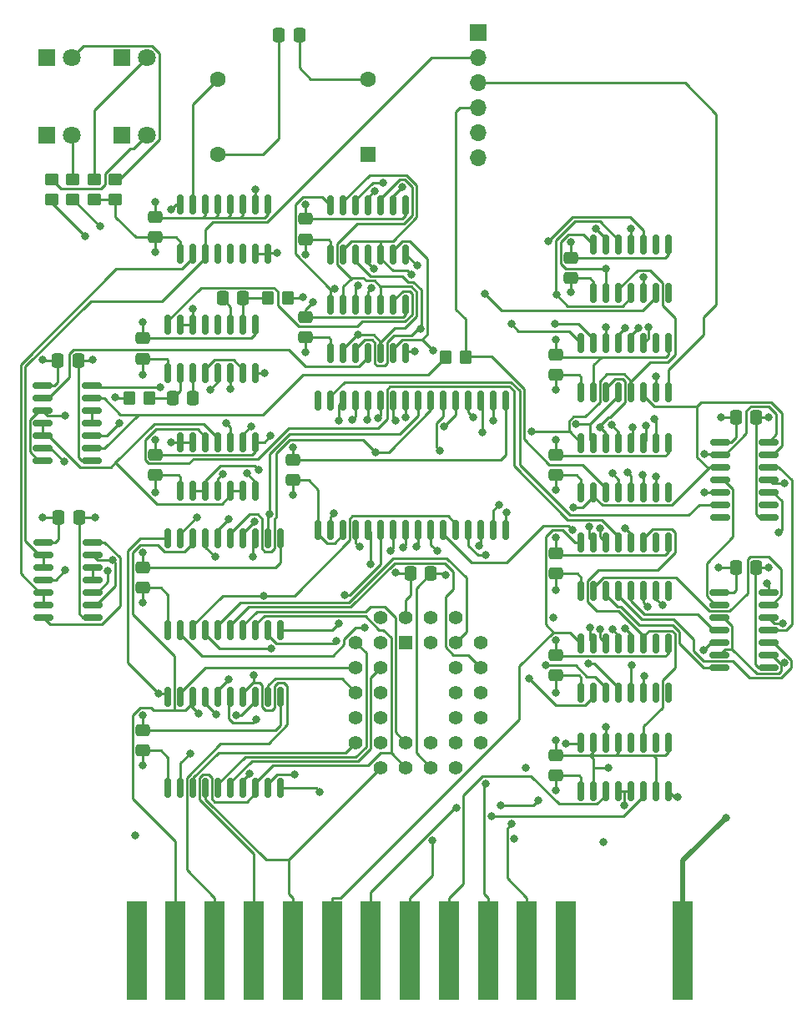
<source format=gbr>
%TF.GenerationSoftware,KiCad,Pcbnew,7.0.10*%
%TF.CreationDate,2024-03-26T22:20:27+01:00*%
%TF.ProjectId,port2-sdcard-interface,706f7274-322d-4736-9463-6172642d696e,rev3*%
%TF.SameCoordinates,Original*%
%TF.FileFunction,Copper,L4,Bot*%
%TF.FilePolarity,Positive*%
%FSLAX46Y46*%
G04 Gerber Fmt 4.6, Leading zero omitted, Abs format (unit mm)*
G04 Created by KiCad (PCBNEW 7.0.10) date 2024-03-26 22:20:27*
%MOMM*%
%LPD*%
G01*
G04 APERTURE LIST*
G04 Aperture macros list*
%AMRoundRect*
0 Rectangle with rounded corners*
0 $1 Rounding radius*
0 $2 $3 $4 $5 $6 $7 $8 $9 X,Y pos of 4 corners*
0 Add a 4 corners polygon primitive as box body*
4,1,4,$2,$3,$4,$5,$6,$7,$8,$9,$2,$3,0*
0 Add four circle primitives for the rounded corners*
1,1,$1+$1,$2,$3*
1,1,$1+$1,$4,$5*
1,1,$1+$1,$6,$7*
1,1,$1+$1,$8,$9*
0 Add four rect primitives between the rounded corners*
20,1,$1+$1,$2,$3,$4,$5,0*
20,1,$1+$1,$4,$5,$6,$7,0*
20,1,$1+$1,$6,$7,$8,$9,0*
20,1,$1+$1,$8,$9,$2,$3,0*%
G04 Aperture macros list end*
%TA.AperFunction,ComponentPad*%
%ADD10R,1.800000X1.800000*%
%TD*%
%TA.AperFunction,ComponentPad*%
%ADD11C,1.800000*%
%TD*%
%TA.AperFunction,SMDPad,CuDef*%
%ADD12RoundRect,0.250000X0.475000X-0.337500X0.475000X0.337500X-0.475000X0.337500X-0.475000X-0.337500X0*%
%TD*%
%TA.AperFunction,SMDPad,CuDef*%
%ADD13RoundRect,0.150000X-0.150000X0.875000X-0.150000X-0.875000X0.150000X-0.875000X0.150000X0.875000X0*%
%TD*%
%TA.AperFunction,SMDPad,CuDef*%
%ADD14RoundRect,0.250000X-0.337500X-0.475000X0.337500X-0.475000X0.337500X0.475000X-0.337500X0.475000X0*%
%TD*%
%TA.AperFunction,SMDPad,CuDef*%
%ADD15RoundRect,0.150000X-0.150000X0.825000X-0.150000X-0.825000X0.150000X-0.825000X0.150000X0.825000X0*%
%TD*%
%TA.AperFunction,ComponentPad*%
%ADD16R,1.422400X1.422400*%
%TD*%
%TA.AperFunction,ComponentPad*%
%ADD17C,1.422400*%
%TD*%
%TA.AperFunction,SMDPad,CuDef*%
%ADD18RoundRect,0.250000X0.450000X-0.350000X0.450000X0.350000X-0.450000X0.350000X-0.450000X-0.350000X0*%
%TD*%
%TA.AperFunction,SMDPad,CuDef*%
%ADD19RoundRect,0.150000X0.825000X0.150000X-0.825000X0.150000X-0.825000X-0.150000X0.825000X-0.150000X0*%
%TD*%
%TA.AperFunction,SMDPad,CuDef*%
%ADD20RoundRect,0.250000X-0.350000X-0.450000X0.350000X-0.450000X0.350000X0.450000X-0.350000X0.450000X0*%
%TD*%
%TA.AperFunction,ComponentPad*%
%ADD21R,1.700000X1.700000*%
%TD*%
%TA.AperFunction,ComponentPad*%
%ADD22O,1.700000X1.700000*%
%TD*%
%TA.AperFunction,SMDPad,CuDef*%
%ADD23RoundRect,0.250000X-0.450000X0.350000X-0.450000X-0.350000X0.450000X-0.350000X0.450000X0.350000X0*%
%TD*%
%TA.AperFunction,SMDPad,CuDef*%
%ADD24R,2.000000X10.000000*%
%TD*%
%TA.AperFunction,SMDPad,CuDef*%
%ADD25RoundRect,0.250000X0.337500X0.475000X-0.337500X0.475000X-0.337500X-0.475000X0.337500X-0.475000X0*%
%TD*%
%TA.AperFunction,ComponentPad*%
%ADD26R,1.600000X1.600000*%
%TD*%
%TA.AperFunction,ComponentPad*%
%ADD27C,1.600000*%
%TD*%
%TA.AperFunction,ViaPad*%
%ADD28C,0.800000*%
%TD*%
%TA.AperFunction,Conductor*%
%ADD29C,0.250000*%
%TD*%
%TA.AperFunction,Conductor*%
%ADD30C,0.500000*%
%TD*%
G04 APERTURE END LIST*
D10*
%TO.P,D1,1,K*%
%TO.N,Net-(D1-K)*%
X24760000Y-22225000D03*
D11*
%TO.P,D1,2,A*%
%TO.N,Net-(D1-A)*%
X27300000Y-22225000D03*
%TD*%
D10*
%TO.P,D4,1,K*%
%TO.N,GND*%
X32366000Y-30085000D03*
D11*
%TO.P,D4,2,A*%
%TO.N,Net-(D4-A)*%
X34906000Y-30085000D03*
%TD*%
D10*
%TO.P,D3,1,K*%
%TO.N,GND*%
X24746000Y-30085000D03*
D11*
%TO.P,D3,2,A*%
%TO.N,Net-(D3-A)*%
X27286000Y-30085000D03*
%TD*%
D10*
%TO.P,D2,1,K*%
%TO.N,Net-(D2-K)*%
X32380000Y-22225000D03*
D11*
%TO.P,D2,2,A*%
%TO.N,Net-(D2-A)*%
X34920000Y-22225000D03*
%TD*%
D12*
%TO.P,C4,1*%
%TO.N,VCC*%
X35795000Y-64545000D03*
%TO.P,C4,2*%
%TO.N,GND*%
X35795000Y-62470000D03*
%TD*%
D13*
%TO.P,U1,1,NC*%
%TO.N,unconnected-(U1-NC-Pad1)*%
X52305000Y-56990000D03*
%TO.P,U1,2,A16*%
%TO.N,RAM16*%
X53575000Y-56990000D03*
%TO.P,U1,3,A14*%
%TO.N,CA14*%
X54845000Y-56990000D03*
%TO.P,U1,4,A12*%
%TO.N,CA12*%
X56115000Y-56990000D03*
%TO.P,U1,5,A7*%
%TO.N,CA7*%
X57385000Y-56990000D03*
%TO.P,U1,6,A6*%
%TO.N,CA6*%
X58655000Y-56990000D03*
%TO.P,U1,7,A5*%
%TO.N,CA5*%
X59925000Y-56990000D03*
%TO.P,U1,8,A4*%
%TO.N,CA4*%
X61195000Y-56990000D03*
%TO.P,U1,9,A3*%
%TO.N,CA3*%
X62465000Y-56990000D03*
%TO.P,U1,10,A2*%
%TO.N,CA2*%
X63735000Y-56990000D03*
%TO.P,U1,11,A1*%
%TO.N,CA1*%
X65005000Y-56990000D03*
%TO.P,U1,12,A0*%
%TO.N,CA0*%
X66275000Y-56990000D03*
%TO.P,U1,13,Q0*%
%TO.N,D0*%
X67545000Y-56990000D03*
%TO.P,U1,14,Q1*%
%TO.N,D1*%
X68815000Y-56990000D03*
%TO.P,U1,15,Q2*%
%TO.N,D2*%
X70085000Y-56990000D03*
%TO.P,U1,16,GND*%
%TO.N,GND*%
X71355000Y-56990000D03*
%TO.P,U1,17,Q3*%
%TO.N,D3*%
X71355000Y-70090000D03*
%TO.P,U1,18,Q4*%
%TO.N,D4*%
X70085000Y-70090000D03*
%TO.P,U1,19,Q5*%
%TO.N,D5*%
X68815000Y-70090000D03*
%TO.P,U1,20,Q6*%
%TO.N,D6*%
X67545000Y-70090000D03*
%TO.P,U1,21,Q7*%
%TO.N,D7*%
X66275000Y-70090000D03*
%TO.P,U1,22,~{CS1}*%
%TO.N,~{S14}*%
X65005000Y-70090000D03*
%TO.P,U1,23,A10*%
%TO.N,CA10*%
X63735000Y-70090000D03*
%TO.P,U1,24,~{OE}*%
%TO.N,~{RD}*%
X62465000Y-70090000D03*
%TO.P,U1,25,A11*%
%TO.N,CA11*%
X61195000Y-70090000D03*
%TO.P,U1,26,A9*%
%TO.N,CA9*%
X59925000Y-70090000D03*
%TO.P,U1,27,A8*%
%TO.N,CA8*%
X58655000Y-70090000D03*
%TO.P,U1,28,A13*%
%TO.N,CA13*%
X57385000Y-70090000D03*
%TO.P,U1,29,~{WE}*%
%TO.N,~{WR}*%
X56115000Y-70090000D03*
%TO.P,U1,30,CS2*%
%TO.N,VCC*%
X54845000Y-70090000D03*
%TO.P,U1,31,A15*%
%TO.N,CA15*%
X53575000Y-70090000D03*
%TO.P,U1,32,VCC*%
%TO.N,VCC*%
X52305000Y-70090000D03*
%TD*%
D14*
%TO.P,C15,1*%
%TO.N,VCC*%
X61660000Y-74535000D03*
%TO.P,C15,2*%
%TO.N,GND*%
X63735000Y-74535000D03*
%TD*%
D12*
%TO.P,C11,1*%
%TO.N,VCC*%
X34525000Y-92485000D03*
%TO.P,C11,2*%
%TO.N,GND*%
X34525000Y-90410000D03*
%TD*%
D15*
%TO.P,U13,1,QB*%
%TO.N,D1*%
X78975000Y-61330000D03*
%TO.P,U13,2,QC*%
%TO.N,D2*%
X80245000Y-61330000D03*
%TO.P,U13,3,QD*%
%TO.N,D3*%
X81515000Y-61330000D03*
%TO.P,U13,4,QE*%
%TO.N,D4*%
X82785000Y-61330000D03*
%TO.P,U13,5,QF*%
%TO.N,D5*%
X84055000Y-61330000D03*
%TO.P,U13,6,QG*%
%TO.N,D6*%
X85325000Y-61330000D03*
%TO.P,U13,7,QH*%
%TO.N,D7*%
X86595000Y-61330000D03*
%TO.P,U13,8,GND*%
%TO.N,GND*%
X87865000Y-61330000D03*
%TO.P,U13,9,QH'*%
%TO.N,unconnected-(U13-QH'-Pad9)*%
X87865000Y-66280000D03*
%TO.P,U13,10,~{SRCLR}*%
%TO.N,VCC*%
X86595000Y-66280000D03*
%TO.P,U13,11,SRCLK*%
%TO.N,CLK*%
X85325000Y-66280000D03*
%TO.P,U13,12,RCLK*%
%TO.N,~{CLK}*%
X84055000Y-66280000D03*
%TO.P,U13,13,~{OE}*%
%TO.N,~{SER_RD}*%
X82785000Y-66280000D03*
%TO.P,U13,14,SER*%
%TO.N,MISO*%
X81515000Y-66280000D03*
%TO.P,U13,15,QA*%
%TO.N,D0*%
X80245000Y-66280000D03*
%TO.P,U13,16,VCC*%
%TO.N,VCC*%
X78975000Y-66280000D03*
%TD*%
D16*
%TO.P,U15,1,NC*%
%TO.N,unconnected-(U15-NC-Pad1)*%
X61195000Y-81520000D03*
D17*
%TO.P,U15,2,A16*%
%TO.N,ROM16*%
X63735000Y-78980000D03*
%TO.P,U15,3,A15*%
%TO.N,CA15*%
X63735000Y-81520000D03*
%TO.P,U15,4,A12*%
%TO.N,CA12*%
X66275000Y-78980000D03*
%TO.P,U15,5,A7*%
%TO.N,CA7*%
X68815000Y-81520000D03*
%TO.P,U15,6,A6*%
%TO.N,CA6*%
X66275000Y-81520000D03*
%TO.P,U15,7,A5*%
%TO.N,CA5*%
X68815000Y-84060000D03*
%TO.P,U15,8,A4*%
%TO.N,CA4*%
X66275000Y-84060000D03*
%TO.P,U15,9,A3*%
%TO.N,CA3*%
X68815000Y-86600000D03*
%TO.P,U15,10,A2*%
%TO.N,CA2*%
X66275000Y-86600000D03*
%TO.P,U15,11,A1*%
%TO.N,CA1*%
X68815000Y-89140000D03*
%TO.P,U15,12,A0*%
%TO.N,CA0*%
X66275000Y-89140000D03*
%TO.P,U15,13,D0*%
%TO.N,D0*%
X68815000Y-91680000D03*
%TO.P,U15,14,D1*%
%TO.N,D1*%
X66275000Y-94220000D03*
%TO.P,U15,15,D2*%
%TO.N,D2*%
X66275000Y-91680000D03*
%TO.P,U15,16,GND*%
%TO.N,GND*%
X63735000Y-94220000D03*
%TO.P,U15,17,D3*%
%TO.N,D3*%
X63735000Y-91680000D03*
%TO.P,U15,18,D4*%
%TO.N,D4*%
X61195000Y-94220000D03*
%TO.P,U15,19,D5*%
%TO.N,D5*%
X61195000Y-91680000D03*
%TO.P,U15,20,D6*%
%TO.N,D6*%
X58655000Y-94220000D03*
%TO.P,U15,21,D7*%
%TO.N,D7*%
X56115000Y-91680000D03*
%TO.P,U15,22,CE*%
%TO.N,~{S13}*%
X58655000Y-91680000D03*
%TO.P,U15,23,A10*%
%TO.N,CA10*%
X56115000Y-89140000D03*
%TO.P,U15,24,OE*%
%TO.N,~{RD}*%
X58655000Y-89140000D03*
%TO.P,U15,25,A11*%
%TO.N,CA11*%
X56115000Y-86600000D03*
%TO.P,U15,26,A9*%
%TO.N,CA9*%
X58655000Y-86600000D03*
%TO.P,U15,27,A8*%
%TO.N,CA8*%
X56115000Y-84060000D03*
%TO.P,U15,28,A13*%
%TO.N,CA13*%
X58655000Y-84060000D03*
%TO.P,U15,29,A14*%
%TO.N,CA14*%
X56115000Y-81520000D03*
%TO.P,U15,30,NC*%
%TO.N,unconnected-(U15-NC-Pad30)*%
X58655000Y-78980000D03*
%TO.P,U15,31,PGM*%
%TO.N,~{WR}*%
X58655000Y-81520000D03*
%TO.P,U15,32,VCC*%
%TO.N,VCC*%
X61195000Y-78980000D03*
%TD*%
D14*
%TO.P,C14,1*%
%TO.N,VCC*%
X25889000Y-52945000D03*
%TO.P,C14,2*%
%TO.N,GND*%
X27964000Y-52945000D03*
%TD*%
D18*
%TO.P,R6,1*%
%TO.N,Net-(U3A-Q)*%
X27413000Y-36562000D03*
%TO.P,R6,2*%
%TO.N,Net-(D3-A)*%
X27413000Y-34562000D03*
%TD*%
D15*
%TO.P,U20,1,B3*%
%TO.N,A7*%
X78975000Y-91680000D03*
%TO.P,U20,2,Ia<b*%
%TO.N,GND*%
X80245000Y-91680000D03*
%TO.P,U20,3,Ia=b*%
%TO.N,VCC*%
X81515000Y-91680000D03*
%TO.P,U20,4,Ia>b*%
%TO.N,GND*%
X82785000Y-91680000D03*
%TO.P,U20,5,Oa>b*%
%TO.N,unconnected-(U20-Oa>b-Pad5)*%
X84055000Y-91680000D03*
%TO.P,U20,6,Oa=b*%
%TO.N,Net-(U17-E3)*%
X85325000Y-91680000D03*
%TO.P,U20,7,Oa<b*%
%TO.N,unconnected-(U20-Oa<b-Pad7)*%
X86595000Y-91680000D03*
%TO.P,U20,8,GND*%
%TO.N,GND*%
X87865000Y-91680000D03*
%TO.P,U20,9,B0*%
%TO.N,A4*%
X87865000Y-96630000D03*
%TO.P,U20,10,A0*%
%TO.N,GND*%
X86595000Y-96630000D03*
%TO.P,U20,11,B1*%
%TO.N,A5*%
X85325000Y-96630000D03*
%TO.P,U20,12,A1*%
%TO.N,VCC*%
X84055000Y-96630000D03*
%TO.P,U20,13,A2*%
X82785000Y-96630000D03*
%TO.P,U20,14,B2*%
%TO.N,A6*%
X81515000Y-96630000D03*
%TO.P,U20,15,A3*%
%TO.N,GND*%
X80245000Y-96630000D03*
%TO.P,U20,16,VCC*%
%TO.N,VCC*%
X78975000Y-96630000D03*
%TD*%
D12*
%TO.P,C16,1*%
%TO.N,VCC*%
X49765000Y-65053000D03*
%TO.P,C16,2*%
%TO.N,GND*%
X49765000Y-62978000D03*
%TD*%
D15*
%TO.P,U3,1,~{R}*%
%TO.N,~{RES}*%
X80245000Y-41137000D03*
%TO.P,U3,2,D*%
%TO.N,D0*%
X81515000Y-41137000D03*
%TO.P,U3,3,C*%
%TO.N,LED_SEL*%
X82785000Y-41137000D03*
%TO.P,U3,4,~{S}*%
%TO.N,VCC*%
X84055000Y-41137000D03*
%TO.P,U3,5,Q*%
%TO.N,Net-(U3A-Q)*%
X85325000Y-41137000D03*
%TO.P,U3,6,~{Q}*%
%TO.N,unconnected-(U3A-~{Q}-Pad6)*%
X86595000Y-41137000D03*
%TO.P,U3,7,GND*%
%TO.N,GND*%
X87865000Y-41137000D03*
%TO.P,U3,8,~{Q}*%
%TO.N,unconnected-(U3B-~{Q}-Pad8)*%
X87865000Y-46087000D03*
%TO.P,U3,9,Q*%
%TO.N,Net-(U3B-Q)*%
X86595000Y-46087000D03*
%TO.P,U3,10,~{S}*%
%TO.N,VCC*%
X85325000Y-46087000D03*
%TO.P,U3,11,C*%
%TO.N,LED_SEL*%
X84055000Y-46087000D03*
%TO.P,U3,12,D*%
%TO.N,D1*%
X82785000Y-46087000D03*
%TO.P,U3,13,~{R}*%
%TO.N,~{RES}*%
X81515000Y-46087000D03*
%TO.P,U3,14,VCC*%
%TO.N,VCC*%
X80245000Y-46087000D03*
%TD*%
D19*
%TO.P,U18,1,~{R}*%
%TO.N,~{RES}*%
X98025000Y-61200000D03*
%TO.P,U18,2,D*%
%TO.N,D0*%
X98025000Y-62470000D03*
%TO.P,U18,3,C*%
%TO.N,Net-(U18A-C)*%
X98025000Y-63740000D03*
%TO.P,U18,4,~{S}*%
%TO.N,VCC*%
X98025000Y-65010000D03*
%TO.P,U18,5,Q*%
%TO.N,ROM16*%
X98025000Y-66280000D03*
%TO.P,U18,6,~{Q}*%
%TO.N,unconnected-(U18A-~{Q}-Pad6)*%
X98025000Y-67550000D03*
%TO.P,U18,7,GND*%
%TO.N,GND*%
X98025000Y-68820000D03*
%TO.P,U18,8,~{Q}*%
%TO.N,unconnected-(U18B-~{Q}-Pad8)*%
X93075000Y-68820000D03*
%TO.P,U18,9,Q*%
%TO.N,RAM16*%
X93075000Y-67550000D03*
%TO.P,U18,10,~{S}*%
%TO.N,VCC*%
X93075000Y-66280000D03*
%TO.P,U18,11,C*%
%TO.N,Net-(U18B-C)*%
X93075000Y-65010000D03*
%TO.P,U18,12,D*%
%TO.N,D0*%
X93075000Y-63740000D03*
%TO.P,U18,13,~{R}*%
%TO.N,~{RES}*%
X93075000Y-62470000D03*
%TO.P,U18,14,VCC*%
%TO.N,VCC*%
X93075000Y-61200000D03*
%TD*%
D15*
%TO.P,U6,1,A0*%
%TO.N,A0*%
X78975000Y-81650000D03*
%TO.P,U6,2,A1*%
%TO.N,A1*%
X80245000Y-81650000D03*
%TO.P,U6,3,A2*%
%TO.N,A2*%
X81515000Y-81650000D03*
%TO.P,U6,4,E1*%
%TO.N,A3*%
X82785000Y-81650000D03*
%TO.P,U6,5,E2*%
%TO.N,~{IORQ}*%
X84055000Y-81650000D03*
%TO.P,U6,6,E3*%
%TO.N,Net-(U17-E3)*%
X85325000Y-81650000D03*
%TO.P,U6,7,O7*%
%TO.N,unconnected-(U6-O7-Pad7)*%
X86595000Y-81650000D03*
%TO.P,U6,8,GND*%
%TO.N,GND*%
X87865000Y-81650000D03*
%TO.P,U6,9,O6*%
%TO.N,unconnected-(U6-O6-Pad9)*%
X87865000Y-86600000D03*
%TO.P,U6,10,O5*%
%TO.N,unconnected-(U6-O5-Pad10)*%
X86595000Y-86600000D03*
%TO.P,U6,11,O4*%
%TO.N,~{S5}*%
X85325000Y-86600000D03*
%TO.P,U6,12,O3*%
%TO.N,~{S4}*%
X84055000Y-86600000D03*
%TO.P,U6,13,O2*%
%TO.N,~{S3}*%
X82785000Y-86600000D03*
%TO.P,U6,14,O1*%
%TO.N,~{S2}*%
X81515000Y-86600000D03*
%TO.P,U6,15,O0*%
%TO.N,~{S1}*%
X80245000Y-86600000D03*
%TO.P,U6,16,VCC*%
%TO.N,VCC*%
X78975000Y-86600000D03*
%TD*%
D12*
%TO.P,C9,1*%
%TO.N,VCC*%
X51035000Y-40647500D03*
%TO.P,C9,2*%
%TO.N,GND*%
X51035000Y-38572500D03*
%TD*%
D20*
%TO.P,R4,1*%
%TO.N,Net-(R4-Pad1)*%
X65259000Y-52564000D03*
%TO.P,R4,2*%
%TO.N,MISO*%
X67259000Y-52564000D03*
%TD*%
D12*
%TO.P,C6,1*%
%TO.N,VCC*%
X76435000Y-84865000D03*
%TO.P,C6,2*%
%TO.N,GND*%
X76435000Y-82790000D03*
%TD*%
D13*
%TO.P,U11,1,~{Mr}*%
%TO.N,~{RES}*%
X37065000Y-87030000D03*
%TO.P,U11,2,Q0*%
%TO.N,CA8*%
X38335000Y-87030000D03*
%TO.P,U11,3,D0*%
%TO.N,D0*%
X39605000Y-87030000D03*
%TO.P,U11,4,D1*%
%TO.N,D1*%
X40875000Y-87030000D03*
%TO.P,U11,5,Q1*%
%TO.N,CA9*%
X42145000Y-87030000D03*
%TO.P,U11,6,Q2*%
%TO.N,CA10*%
X43415000Y-87030000D03*
%TO.P,U11,7,D2*%
%TO.N,D2*%
X44685000Y-87030000D03*
%TO.P,U11,8,D3*%
%TO.N,D3*%
X45955000Y-87030000D03*
%TO.P,U11,9,Q3*%
%TO.N,CA11*%
X47225000Y-87030000D03*
%TO.P,U11,10,GND*%
%TO.N,GND*%
X48495000Y-87030000D03*
%TO.P,U11,11,Cp*%
%TO.N,Net-(U11-Cp)*%
X48495000Y-96330000D03*
%TO.P,U11,12,Q4*%
%TO.N,CA12*%
X47225000Y-96330000D03*
%TO.P,U11,13,D4*%
%TO.N,D4*%
X45955000Y-96330000D03*
%TO.P,U11,14,D5*%
%TO.N,D5*%
X44685000Y-96330000D03*
%TO.P,U11,15,Q5*%
%TO.N,CA13*%
X43415000Y-96330000D03*
%TO.P,U11,16,Q6*%
%TO.N,CA14*%
X42145000Y-96330000D03*
%TO.P,U11,17,D6*%
%TO.N,D6*%
X40875000Y-96330000D03*
%TO.P,U11,18,D7*%
%TO.N,D7*%
X39605000Y-96330000D03*
%TO.P,U11,19,Q7*%
%TO.N,CA15*%
X38335000Y-96330000D03*
%TO.P,U11,20,VCC*%
%TO.N,VCC*%
X37065000Y-96330000D03*
%TD*%
D18*
%TO.P,R7,1*%
%TO.N,Net-(U3B-Q)*%
X25254000Y-36562000D03*
%TO.P,R7,2*%
%TO.N,Net-(D4-A)*%
X25254000Y-34562000D03*
%TD*%
D15*
%TO.P,U12,1,~{PL}*%
%TO.N,~{SER_WR}*%
X78975000Y-51170000D03*
%TO.P,U12,2,CP*%
%TO.N,~{CLK}*%
X80245000Y-51170000D03*
%TO.P,U12,3,D4*%
%TO.N,D4*%
X81515000Y-51170000D03*
%TO.P,U12,4,D5*%
%TO.N,D5*%
X82785000Y-51170000D03*
%TO.P,U12,5,D6*%
%TO.N,D6*%
X84055000Y-51170000D03*
%TO.P,U12,6,D7*%
%TO.N,D7*%
X85325000Y-51170000D03*
%TO.P,U12,7,~{Q7}*%
%TO.N,unconnected-(U12-~{Q7}-Pad7)*%
X86595000Y-51170000D03*
%TO.P,U12,8,GND*%
%TO.N,GND*%
X87865000Y-51170000D03*
%TO.P,U12,9,Q7*%
%TO.N,MOSI*%
X87865000Y-56120000D03*
%TO.P,U12,10,DS*%
%TO.N,VCC*%
X86595000Y-56120000D03*
%TO.P,U12,11,D0*%
%TO.N,D0*%
X85325000Y-56120000D03*
%TO.P,U12,12,D1*%
%TO.N,D1*%
X84055000Y-56120000D03*
%TO.P,U12,13,D2*%
%TO.N,D2*%
X82785000Y-56120000D03*
%TO.P,U12,14,D3*%
%TO.N,D3*%
X81515000Y-56120000D03*
%TO.P,U12,15,~{CE}*%
%TO.N,GND*%
X80245000Y-56120000D03*
%TO.P,U12,16,VCC*%
%TO.N,VCC*%
X78975000Y-56120000D03*
%TD*%
D13*
%TO.P,U8,1,~{Mr}*%
%TO.N,~{RES}*%
X37065000Y-70950000D03*
%TO.P,U8,2,Q0*%
%TO.N,CA0*%
X38335000Y-70950000D03*
%TO.P,U8,3,D0*%
%TO.N,D0*%
X39605000Y-70950000D03*
%TO.P,U8,4,D1*%
%TO.N,D1*%
X40875000Y-70950000D03*
%TO.P,U8,5,Q1*%
%TO.N,CA1*%
X42145000Y-70950000D03*
%TO.P,U8,6,Q2*%
%TO.N,CA2*%
X43415000Y-70950000D03*
%TO.P,U8,7,D2*%
%TO.N,D2*%
X44685000Y-70950000D03*
%TO.P,U8,8,D3*%
%TO.N,D3*%
X45955000Y-70950000D03*
%TO.P,U8,9,Q3*%
%TO.N,CA3*%
X47225000Y-70950000D03*
%TO.P,U8,10,GND*%
%TO.N,GND*%
X48495000Y-70950000D03*
%TO.P,U8,11,Cp*%
%TO.N,Net-(U8-Cp)*%
X48495000Y-80250000D03*
%TO.P,U8,12,Q4*%
%TO.N,CA4*%
X47225000Y-80250000D03*
%TO.P,U8,13,D4*%
%TO.N,D4*%
X45955000Y-80250000D03*
%TO.P,U8,14,D5*%
%TO.N,D5*%
X44685000Y-80250000D03*
%TO.P,U8,15,Q5*%
%TO.N,CA5*%
X43415000Y-80250000D03*
%TO.P,U8,16,Q6*%
%TO.N,CA6*%
X42145000Y-80250000D03*
%TO.P,U8,17,D6*%
%TO.N,D6*%
X40875000Y-80250000D03*
%TO.P,U8,18,D7*%
%TO.N,D7*%
X39605000Y-80250000D03*
%TO.P,U8,19,Q7*%
%TO.N,CA7*%
X38335000Y-80250000D03*
%TO.P,U8,20,VCC*%
%TO.N,VCC*%
X37065000Y-80250000D03*
%TD*%
D20*
%TO.P,R5,1*%
%TO.N,Net-(U7B-RCext)*%
X47225000Y-46595000D03*
%TO.P,R5,2*%
%TO.N,VCC*%
X49225000Y-46595000D03*
%TD*%
D15*
%TO.P,U5,1,~{MR}*%
%TO.N,SD_SPI*%
X38335000Y-37135000D03*
%TO.P,U5,2,CP*%
%TO.N,16MHz*%
X39605000Y-37135000D03*
%TO.P,U5,3,D0*%
%TO.N,GND*%
X40875000Y-37135000D03*
%TO.P,U5,4,D1*%
X42145000Y-37135000D03*
%TO.P,U5,5,D2*%
X43415000Y-37135000D03*
%TO.P,U5,6,D3*%
X44685000Y-37135000D03*
%TO.P,U5,7,CEP*%
%TO.N,VCC*%
X45955000Y-37135000D03*
%TO.P,U5,8,GND*%
%TO.N,GND*%
X47225000Y-37135000D03*
%TO.P,U5,9,~{PE}*%
%TO.N,VCC*%
X47225000Y-42085000D03*
%TO.P,U5,10,CET*%
X45955000Y-42085000D03*
%TO.P,U5,11,Q3*%
%TO.N,unconnected-(U5-Q3-Pad11)*%
X44685000Y-42085000D03*
%TO.P,U5,12,Q2*%
%TO.N,unconnected-(U5-Q2-Pad12)*%
X43415000Y-42085000D03*
%TO.P,U5,13,Q1*%
%TO.N,unconnected-(U5-Q1-Pad13)*%
X42145000Y-42085000D03*
%TO.P,U5,14,Q0*%
%TO.N,CLK*%
X40875000Y-42085000D03*
%TO.P,U5,15,TC*%
%TO.N,CLKSTOP*%
X39605000Y-42085000D03*
%TO.P,U5,16,VCC*%
%TO.N,VCC*%
X38335000Y-42085000D03*
%TD*%
D12*
%TO.P,C13,1*%
%TO.N,VCC*%
X76435000Y-64545000D03*
%TO.P,C13,2*%
%TO.N,GND*%
X76435000Y-62470000D03*
%TD*%
D21*
%TO.P,J3,1,Pin_1*%
%TO.N,~{CS}*%
X68561000Y-19671000D03*
D22*
%TO.P,J3,2,Pin_2*%
%TO.N,CLK*%
X68561000Y-22211000D03*
%TO.P,J3,3,Pin_3*%
%TO.N,MOSI*%
X68561000Y-24751000D03*
%TO.P,J3,4,Pin_4*%
%TO.N,MISO*%
X68561000Y-27291000D03*
%TO.P,J3,5,Pin_5*%
%TO.N,VCC*%
X68561000Y-29831000D03*
%TO.P,J3,6,Pin_6*%
%TO.N,GND*%
X68561000Y-32371000D03*
%TD*%
D23*
%TO.P,R1,1*%
%TO.N,Net-(D1-A)*%
X31731000Y-34562000D03*
%TO.P,R1,2*%
%TO.N,VCC*%
X31731000Y-36562000D03*
%TD*%
D15*
%TO.P,U4,1*%
%TO.N,A3*%
X38335000Y-61200000D03*
%TO.P,U4,2*%
X39605000Y-61200000D03*
%TO.P,U4,3*%
%TO.N,Net-(U17-E1)*%
X40875000Y-61200000D03*
%TO.P,U4,4*%
%TO.N,CS*%
X42145000Y-61200000D03*
%TO.P,U4,5*%
%TO.N,SD_SPI*%
X43415000Y-61200000D03*
%TO.P,U4,6*%
%TO.N,Net-(D2-K)*%
X44685000Y-61200000D03*
%TO.P,U4,7,GND*%
%TO.N,GND*%
X45955000Y-61200000D03*
%TO.P,U4,8*%
%TO.N,Net-(D1-K)*%
X45955000Y-66150000D03*
%TO.P,U4,9*%
%TO.N,CS*%
X44685000Y-66150000D03*
%TO.P,U4,10*%
X43415000Y-66150000D03*
%TO.P,U4,11*%
%TO.N,LED_SEL*%
X42145000Y-66150000D03*
%TO.P,U4,12*%
%TO.N,Net-(U4-Pad12)*%
X40875000Y-66150000D03*
%TO.P,U4,13*%
X39605000Y-66150000D03*
%TO.P,U4,14,VCC*%
%TO.N,VCC*%
X38335000Y-66150000D03*
%TD*%
D19*
%TO.P,U19,1*%
%TO.N,Net-(U8-Cp)*%
X97960000Y-76440000D03*
%TO.P,U19,2*%
%TO.N,~{S9}*%
X97960000Y-77710000D03*
%TO.P,U19,3*%
%TO.N,~{WR}*%
X97960000Y-78980000D03*
%TO.P,U19,4*%
%TO.N,Net-(U18A-C)*%
X97960000Y-80250000D03*
%TO.P,U19,5*%
%TO.N,~{S11}*%
X97960000Y-81520000D03*
%TO.P,U19,6*%
%TO.N,~{WR}*%
X97960000Y-82790000D03*
%TO.P,U19,7,GND*%
%TO.N,GND*%
X97960000Y-84060000D03*
%TO.P,U19,8*%
%TO.N,~{S10}*%
X93010000Y-84060000D03*
%TO.P,U19,9*%
%TO.N,~{WR}*%
X93010000Y-82790000D03*
%TO.P,U19,10*%
%TO.N,Net-(U11-Cp)*%
X93010000Y-81520000D03*
%TO.P,U19,11*%
%TO.N,~{S12}*%
X93010000Y-80250000D03*
%TO.P,U19,12*%
%TO.N,~{WR}*%
X93010000Y-78980000D03*
%TO.P,U19,13*%
%TO.N,Net-(U18B-C)*%
X93010000Y-77710000D03*
%TO.P,U19,14,VCC*%
%TO.N,VCC*%
X93010000Y-76440000D03*
%TD*%
D23*
%TO.P,R2,1*%
%TO.N,Net-(D2-A)*%
X29572000Y-34562000D03*
%TO.P,R2,2*%
%TO.N,VCC*%
X29572000Y-36562000D03*
%TD*%
D12*
%TO.P,C17,1*%
%TO.N,VCC*%
X76435000Y-74570000D03*
%TO.P,C17,2*%
%TO.N,GND*%
X76435000Y-72495000D03*
%TD*%
D15*
%TO.P,U10,1*%
%TO.N,~{S1}*%
X53575000Y-47230000D03*
%TO.P,U10,2*%
%TO.N,~{WR}*%
X54845000Y-47230000D03*
%TO.P,U10,3*%
%TO.N,~{SER_WR}*%
X56115000Y-47230000D03*
%TO.P,U10,4*%
%TO.N,~{S2}*%
X57385000Y-47230000D03*
%TO.P,U10,5*%
%TO.N,~{WR}*%
X58655000Y-47230000D03*
%TO.P,U10,6*%
%TO.N,~{CLKSTART}*%
X59925000Y-47230000D03*
%TO.P,U10,7,GND*%
%TO.N,GND*%
X61195000Y-47230000D03*
%TO.P,U10,8*%
%TO.N,~{SDCS_SET}*%
X61195000Y-52180000D03*
%TO.P,U10,9*%
%TO.N,~{S3}*%
X59925000Y-52180000D03*
%TO.P,U10,10*%
%TO.N,~{WR}*%
X58655000Y-52180000D03*
%TO.P,U10,11*%
%TO.N,~{SDCS_RESET}*%
X57385000Y-52180000D03*
%TO.P,U10,12*%
%TO.N,~{S4}*%
X56115000Y-52180000D03*
%TO.P,U10,13*%
%TO.N,~{WR}*%
X54845000Y-52180000D03*
%TO.P,U10,14,VCC*%
%TO.N,VCC*%
X53575000Y-52180000D03*
%TD*%
D12*
%TO.P,C10,1*%
%TO.N,VCC*%
X51035000Y-50575000D03*
%TO.P,C10,2*%
%TO.N,GND*%
X51035000Y-48500000D03*
%TD*%
%TO.P,C1,1*%
%TO.N,VCC*%
X76435000Y-95025000D03*
%TO.P,C1,2*%
%TO.N,GND*%
X76435000Y-92950000D03*
%TD*%
D24*
%TO.P,J2,1a,Pin_1a*%
%TO.N,unconnected-(J2-Pin_1a-Pad1a)*%
X33875000Y-112776000D03*
%TO.P,J2,2a,Pin_2a*%
%TO.N,D0*%
X37835000Y-112776000D03*
%TO.P,J2,3a,Pin_3a*%
%TO.N,D2*%
X41795000Y-112776000D03*
%TO.P,J2,4a,Pin_4a*%
%TO.N,D4*%
X45755000Y-112776000D03*
%TO.P,J2,5a,Pin_5a*%
%TO.N,D6*%
X49715000Y-112776000D03*
%TO.P,J2,6a,Pin_6a*%
%TO.N,A0*%
X53675000Y-112776000D03*
%TO.P,J2,7a,Pin_7a*%
%TO.N,A2*%
X57635000Y-112776000D03*
%TO.P,J2,8a,Pin_8a*%
%TO.N,A4*%
X61595000Y-112776000D03*
%TO.P,J2,9a,Pin_9a*%
%TO.N,A6*%
X65555000Y-112776000D03*
%TO.P,J2,10a,Pin_10a*%
%TO.N,~{RD}*%
X69515000Y-112776000D03*
%TO.P,J2,11a,Pin_11a*%
%TO.N,~{IORQ}*%
X73475000Y-112776000D03*
%TO.P,J2,12a,Pin_12a*%
%TO.N,unconnected-(J2-Pin_12a-Pad12a)*%
X77435000Y-112776000D03*
%TO.P,J2,15a,Pin_15a*%
%TO.N,GND*%
X89315000Y-112776000D03*
%TD*%
D12*
%TO.P,C8,1*%
%TO.N,VCC*%
X34525000Y-75975000D03*
%TO.P,C8,2*%
%TO.N,GND*%
X34525000Y-73900000D03*
%TD*%
D14*
%TO.P,C19,1*%
%TO.N,VCC*%
X94680000Y-73900000D03*
%TO.P,C19,2*%
%TO.N,GND*%
X96755000Y-73900000D03*
%TD*%
D15*
%TO.P,U17,1,A0*%
%TO.N,A0*%
X78975000Y-71390000D03*
%TO.P,U17,2,A1*%
%TO.N,A1*%
X80245000Y-71390000D03*
%TO.P,U17,3,A2*%
%TO.N,A2*%
X81515000Y-71390000D03*
%TO.P,U17,4,E1*%
%TO.N,Net-(U17-E1)*%
X82785000Y-71390000D03*
%TO.P,U17,5,E2*%
%TO.N,~{IORQ}*%
X84055000Y-71390000D03*
%TO.P,U17,6,E3*%
%TO.N,Net-(U17-E3)*%
X85325000Y-71390000D03*
%TO.P,U17,7,O7*%
%TO.N,unconnected-(U17-O7-Pad7)*%
X86595000Y-71390000D03*
%TO.P,U17,8,GND*%
%TO.N,GND*%
X87865000Y-71390000D03*
%TO.P,U17,9,O6*%
%TO.N,unconnected-(U17-O6-Pad9)*%
X87865000Y-76340000D03*
%TO.P,U17,10,O5*%
%TO.N,~{S14}*%
X86595000Y-76340000D03*
%TO.P,U17,11,O4*%
%TO.N,~{S13}*%
X85325000Y-76340000D03*
%TO.P,U17,12,O3*%
%TO.N,~{S12}*%
X84055000Y-76340000D03*
%TO.P,U17,13,O2*%
%TO.N,~{S11}*%
X82785000Y-76340000D03*
%TO.P,U17,14,O1*%
%TO.N,~{S10}*%
X81515000Y-76340000D03*
%TO.P,U17,15,O0*%
%TO.N,~{S9}*%
X80245000Y-76340000D03*
%TO.P,U17,16,VCC*%
%TO.N,VCC*%
X78975000Y-76340000D03*
%TD*%
D19*
%TO.P,U14,1*%
%TO.N,~{SDOUT_SET}*%
X29315000Y-55485000D03*
%TO.P,U14,2*%
%TO.N,Net-(R4-Pad1)*%
X29315000Y-56755000D03*
%TO.P,U14,3*%
%TO.N,Net-(U14-Pad3)*%
X29315000Y-58025000D03*
%TO.P,U14,4*%
X29315000Y-59295000D03*
%TO.P,U14,5*%
%TO.N,~{SDOUT_RESET}*%
X29315000Y-60565000D03*
%TO.P,U14,6*%
%TO.N,Net-(R4-Pad1)*%
X29315000Y-61835000D03*
%TO.P,U14,7,GND*%
%TO.N,GND*%
X29315000Y-63105000D03*
%TO.P,U14,8*%
%TO.N,~{CS}*%
X24365000Y-63105000D03*
%TO.P,U14,9*%
%TO.N,~{SDCS_SET}*%
X24365000Y-61835000D03*
%TO.P,U14,10*%
%TO.N,CS*%
X24365000Y-60565000D03*
%TO.P,U14,11*%
X24365000Y-59295000D03*
%TO.P,U14,12*%
%TO.N,~{CS}*%
X24365000Y-58025000D03*
%TO.P,U14,13*%
%TO.N,~{SDCS_RESET}*%
X24365000Y-56755000D03*
%TO.P,U14,14,VCC*%
%TO.N,VCC*%
X24365000Y-55485000D03*
%TD*%
D12*
%TO.P,C5,1*%
%TO.N,VCC*%
X35795000Y-40415000D03*
%TO.P,C5,2*%
%TO.N,GND*%
X35795000Y-38340000D03*
%TD*%
D14*
%TO.P,C21,1*%
%TO.N,Net-(U7B-Cext)*%
X42610000Y-46595000D03*
%TO.P,C21,2*%
%TO.N,Net-(U7B-RCext)*%
X44685000Y-46595000D03*
%TD*%
%TO.P,C18,1*%
%TO.N,VCC*%
X94680000Y-58660000D03*
%TO.P,C18,2*%
%TO.N,GND*%
X96755000Y-58660000D03*
%TD*%
D20*
%TO.P,R3,1*%
%TO.N,VCC*%
X33160000Y-56755000D03*
%TO.P,R3,2*%
%TO.N,Net-(U7A-RCext)*%
X35160000Y-56755000D03*
%TD*%
D12*
%TO.P,C7,1*%
%TO.N,VCC*%
X34525000Y-52734000D03*
%TO.P,C7,2*%
%TO.N,GND*%
X34525000Y-50659000D03*
%TD*%
D25*
%TO.P,C20,1*%
%TO.N,Net-(U7A-Cext)*%
X39605000Y-56755000D03*
%TO.P,C20,2*%
%TO.N,Net-(U7A-RCext)*%
X37530000Y-56755000D03*
%TD*%
%TO.P,C3,1*%
%TO.N,VCC*%
X50400000Y-19925000D03*
%TO.P,C3,2*%
%TO.N,GND*%
X48325000Y-19925000D03*
%TD*%
D15*
%TO.P,U9,1*%
%TO.N,~{S1}*%
X53575000Y-37200000D03*
%TO.P,U9,2*%
%TO.N,~{RD}*%
X54845000Y-37200000D03*
%TO.P,U9,3*%
%TO.N,~{SER_RD}*%
X56115000Y-37200000D03*
%TO.P,U9,4*%
%TO.N,~{S5}*%
X57385000Y-37200000D03*
%TO.P,U9,5*%
%TO.N,~{WR}*%
X58655000Y-37200000D03*
%TO.P,U9,6*%
%TO.N,Net-(U4-Pad12)*%
X59925000Y-37200000D03*
%TO.P,U9,7,GND*%
%TO.N,GND*%
X61195000Y-37200000D03*
%TO.P,U9,8*%
%TO.N,~{SDOUT_SET}*%
X61195000Y-42150000D03*
%TO.P,U9,9*%
%TO.N,~{S3}*%
X59925000Y-42150000D03*
%TO.P,U9,10*%
%TO.N,~{RD}*%
X58655000Y-42150000D03*
%TO.P,U9,11*%
%TO.N,~{SDOUT_RESET}*%
X57385000Y-42150000D03*
%TO.P,U9,12*%
%TO.N,~{S4}*%
X56115000Y-42150000D03*
%TO.P,U9,13*%
%TO.N,~{RD}*%
X54845000Y-42150000D03*
%TO.P,U9,14,VCC*%
%TO.N,VCC*%
X53575000Y-42150000D03*
%TD*%
%TO.P,U7,1,A*%
%TO.N,~{CLKSTART}*%
X37065000Y-49265000D03*
%TO.P,U7,2,B*%
%TO.N,VCC*%
X38335000Y-49265000D03*
%TO.P,U7,3,Clr*%
X39605000Y-49265000D03*
%TO.P,U7,4,~{Q}*%
%TO.N,unconnected-(U7A-~{Q}-Pad4)*%
X40875000Y-49265000D03*
%TO.P,U7,5,Q*%
%TO.N,unconnected-(U7B-Q-Pad5)*%
X42145000Y-49265000D03*
%TO.P,U7,6,Cext*%
%TO.N,Net-(U7B-Cext)*%
X43415000Y-49265000D03*
%TO.P,U7,7,RCext*%
%TO.N,Net-(U7B-RCext)*%
X44685000Y-49265000D03*
%TO.P,U7,8,GND*%
%TO.N,GND*%
X45955000Y-49265000D03*
%TO.P,U7,9,A*%
X45955000Y-54215000D03*
%TO.P,U7,10,B*%
%TO.N,Net-(U7A-Q)*%
X44685000Y-54215000D03*
%TO.P,U7,11,Clr*%
%TO.N,VCC*%
X43415000Y-54215000D03*
%TO.P,U7,12,~{Q}*%
%TO.N,~{CLKSTART_DB}*%
X42145000Y-54215000D03*
%TO.P,U7,13,Q*%
%TO.N,Net-(U7A-Q)*%
X40875000Y-54215000D03*
%TO.P,U7,14,Cext*%
%TO.N,Net-(U7A-Cext)*%
X39605000Y-54215000D03*
%TO.P,U7,15,RCext*%
%TO.N,Net-(U7A-RCext)*%
X38335000Y-54215000D03*
%TO.P,U7,16,VCC*%
%TO.N,VCC*%
X37065000Y-54215000D03*
%TD*%
D26*
%TO.P,X1,1,NC*%
%TO.N,unconnected-(X1-NC-Pad1)*%
X57385000Y-31990000D03*
D27*
%TO.P,X1,7,GND*%
%TO.N,GND*%
X42145000Y-31990000D03*
%TO.P,X1,8,OUT*%
%TO.N,16MHz*%
X42145000Y-24370000D03*
%TO.P,X1,14,Vcc*%
%TO.N,VCC*%
X57385000Y-24370000D03*
%TD*%
D19*
%TO.P,U2,1*%
%TO.N,~{CLKSTOP}*%
X29380000Y-71360000D03*
%TO.P,U2,2*%
%TO.N,SD_SPI*%
X29380000Y-72630000D03*
%TO.P,U2,3*%
%TO.N,Net-(U2-Pad3)*%
X29380000Y-73900000D03*
%TO.P,U2,4*%
X29380000Y-75170000D03*
%TO.P,U2,5*%
%TO.N,~{CLKSTART_DB}*%
X29380000Y-76440000D03*
%TO.P,U2,6*%
%TO.N,SD_SPI*%
X29380000Y-77710000D03*
%TO.P,U2,7,GND*%
%TO.N,GND*%
X29380000Y-78980000D03*
%TO.P,U2,8*%
%TO.N,~{CLKSTOP}*%
X24430000Y-78980000D03*
%TO.P,U2,9*%
%TO.N,CLKSTOP*%
X24430000Y-77710000D03*
%TO.P,U2,10*%
X24430000Y-76440000D03*
%TO.P,U2,11*%
%TO.N,~{CLK}*%
X24430000Y-75170000D03*
%TO.P,U2,12*%
%TO.N,CLK*%
X24430000Y-73900000D03*
%TO.P,U2,13*%
X24430000Y-72630000D03*
%TO.P,U2,14,VCC*%
%TO.N,VCC*%
X24430000Y-71360000D03*
%TD*%
D14*
%TO.P,C2,1*%
%TO.N,VCC*%
X25973000Y-68820000D03*
%TO.P,C2,2*%
%TO.N,GND*%
X28048000Y-68820000D03*
%TD*%
D12*
%TO.P,C12,1*%
%TO.N,VCC*%
X76435000Y-54385000D03*
%TO.P,C12,2*%
%TO.N,GND*%
X76435000Y-52310000D03*
%TD*%
%TO.P,C22,1*%
%TO.N,VCC*%
X77959000Y-44563000D03*
%TO.P,C22,2*%
%TO.N,GND*%
X77959000Y-42488000D03*
%TD*%
D28*
%TO.N,GND*%
X47488503Y-60592503D03*
%TO.N,VCC*%
X74657000Y-97522000D03*
X70847000Y-98030000D03*
X73387000Y-94220000D03*
%TO.N,GND*%
X81769000Y-94220000D03*
X76181000Y-78980000D03*
%TO.N,~{S5}*%
X58043600Y-35723000D03*
X85385200Y-84926200D03*
%TO.N,LED_SEL*%
X42586600Y-64469100D03*
X76450700Y-46261600D03*
%TO.N,Net-(U3B-Q)*%
X69215800Y-46193800D03*
X28625100Y-40298900D03*
%TO.N,Net-(U3A-Q)*%
X75626600Y-40826600D03*
X30160000Y-39306700D03*
%TO.N,~{S14}*%
X87226200Y-77774500D03*
X78128300Y-70155500D03*
%TO.N,ROM16*%
X99043800Y-70376900D03*
%TO.N,~{S13}*%
X85709700Y-77920500D03*
%TO.N,A3*%
X82131000Y-80209500D03*
X37400400Y-61223200D03*
%TO.N,~{SDCS_SET}*%
X26502100Y-63226900D03*
X62120600Y-52007500D03*
%TO.N,~{SER_WR}*%
X56341900Y-45283600D03*
X71882700Y-49254200D03*
%TO.N,~{SDOUT_RESET}*%
X57951400Y-43629600D03*
X32141500Y-59273800D03*
%TO.N,~{SDOUT_SET}*%
X62380100Y-43324000D03*
X36289000Y-55686300D03*
%TO.N,Net-(U4-Pad12)*%
X46255200Y-64065900D03*
X60812800Y-35371100D03*
%TO.N,~{SER_RD}*%
X58909200Y-34917000D03*
X82137200Y-64383800D03*
%TO.N,~{S1}*%
X53994900Y-45651100D03*
X73714500Y-85237700D03*
%TO.N,~{S2}*%
X57714300Y-45599600D03*
X75388400Y-83882700D03*
%TO.N,~{S3}*%
X64000000Y-51955000D03*
X79741100Y-83682900D03*
%TO.N,~{S4}*%
X62664200Y-49738500D03*
X84152000Y-83828100D03*
%TO.N,Net-(U11-Cp)*%
X52459300Y-96696300D03*
X91371900Y-82324700D03*
%TO.N,Net-(U8-Cp)*%
X54364800Y-79581200D03*
X97816300Y-75507000D03*
%TO.N,~{CLK}*%
X26664300Y-74164700D03*
X76329600Y-49215100D03*
X83723500Y-64293500D03*
%TO.N,~{CLKSTART_DB}*%
X30976100Y-74259100D03*
X41312900Y-55894000D03*
%TO.N,SD_SPI*%
X37400400Y-37629000D03*
X42982300Y-59301200D03*
X31408000Y-73164800D03*
%TO.N,A2*%
X66289000Y-98332800D03*
X80894400Y-80216000D03*
X80894400Y-69962800D03*
%TO.N,A4*%
X63869400Y-101638700D03*
X88774200Y-97220600D03*
%TO.N,~{IORQ}*%
X71957500Y-99947900D03*
X83426700Y-80121400D03*
X83426700Y-69954600D03*
%TO.N,A7*%
X77435400Y-91815700D03*
%TO.N,A5*%
X69850000Y-99195700D03*
%TO.N,A1*%
X79839400Y-80073100D03*
X79753100Y-69817500D03*
%TO.N,CLK*%
X85187500Y-64511000D03*
%TO.N,~{CS}*%
X26589800Y-58535200D03*
%TO.N,Net-(D2-K)*%
X45481900Y-59586900D03*
%TO.N,Net-(D1-K)*%
X45049100Y-64410800D03*
%TO.N,~{WR}*%
X99565500Y-83626100D03*
X99438900Y-79584600D03*
X56511300Y-71855400D03*
X56381000Y-50355400D03*
%TO.N,~{RD}*%
X62265600Y-71818100D03*
X61726100Y-44218400D03*
X69281800Y-95847900D03*
%TO.N,CA15*%
X39296100Y-92783000D03*
X53906500Y-68455100D03*
%TO.N,CA14*%
X54369700Y-58997900D03*
%TO.N,CA13*%
X57600300Y-73627000D03*
%TO.N,CA12*%
X55783800Y-58970600D03*
X49864700Y-94908400D03*
%TO.N,CA11*%
X60953300Y-71923200D03*
%TO.N,CA10*%
X64344800Y-72275200D03*
X46025200Y-89338100D03*
%TO.N,CA9*%
X59600600Y-72261900D03*
X43251800Y-85301100D03*
%TO.N,CA8*%
X55018700Y-76754500D03*
%TO.N,CA7*%
X57051800Y-80031300D03*
X57241700Y-58972000D03*
%TO.N,D7*%
X46783400Y-76776100D03*
X85794200Y-49583200D03*
X86414000Y-58898300D03*
%TO.N,D6*%
X69260300Y-72691000D03*
X85570300Y-59509900D03*
X84755800Y-49657600D03*
X47499300Y-82134100D03*
%TO.N,CA6*%
X58334400Y-58772600D03*
%TO.N,CA5*%
X60186700Y-59028700D03*
%TO.N,D5*%
X68658900Y-71745000D03*
X45327900Y-94862600D03*
X84196000Y-59742300D03*
X83475700Y-49659000D03*
%TO.N,D4*%
X70624500Y-67566800D03*
X81515000Y-49593200D03*
X82042400Y-59466600D03*
%TO.N,CA4*%
X54160600Y-81387500D03*
X61202300Y-58658000D03*
%TO.N,CA3*%
X47330200Y-68512500D03*
%TO.N,D3*%
X71411800Y-68359200D03*
X43980400Y-88917200D03*
X45664500Y-72875300D03*
X80893100Y-59713100D03*
%TO.N,D2*%
X45800500Y-69322300D03*
X45727600Y-84867300D03*
X70022200Y-59003000D03*
X78470800Y-59406600D03*
%TO.N,CA2*%
X58114600Y-62226800D03*
%TO.N,CA1*%
X43251100Y-68997700D03*
X64666700Y-62087200D03*
%TO.N,D1*%
X68916400Y-60216800D03*
X73912100Y-60164400D03*
X41964400Y-88851000D03*
X41850000Y-72875300D03*
%TO.N,D0*%
X68055300Y-58687900D03*
X80511500Y-39555700D03*
X78161400Y-67883900D03*
X40137200Y-88748000D03*
%TO.N,CA0*%
X39983500Y-68851800D03*
X65093000Y-59654900D03*
%TO.N,~{RES}*%
X91470800Y-62386900D03*
X81520500Y-43634400D03*
X72214900Y-101483300D03*
X36146100Y-86744900D03*
%TO.N,GND*%
X93707000Y-99300000D03*
X76435000Y-91426000D03*
X34525000Y-88886000D03*
X65259000Y-74662000D03*
X76435000Y-70852000D03*
X76435000Y-81266000D03*
X98025000Y-73900000D03*
X98025000Y-58660000D03*
X77959000Y-40880000D03*
X76435000Y-50786000D03*
X76435000Y-60946000D03*
X49765000Y-61708000D03*
X34525000Y-72376000D03*
X29699000Y-68820000D03*
X35795000Y-60946000D03*
X29445000Y-52818000D03*
X51797000Y-46976000D03*
X34525000Y-49008000D03*
X51035000Y-37070000D03*
X35795000Y-36816000D03*
X81241200Y-101817000D03*
X46856700Y-54178400D03*
%TO.N,VCC*%
X33763000Y-101078000D03*
X76435000Y-96506000D03*
X34525000Y-93966000D03*
X60179000Y-74408000D03*
X76435000Y-76186000D03*
X76435000Y-86600000D03*
X92945000Y-73900000D03*
X93199000Y-58660000D03*
X77959000Y-45960000D03*
X76435000Y-55866000D03*
X76435000Y-66026000D03*
X49765000Y-66534000D03*
X34525000Y-77456000D03*
X24365000Y-68820000D03*
X35795000Y-66280000D03*
X24365000Y-52818000D03*
X51035000Y-52056000D03*
X50781000Y-46468000D03*
X34525000Y-54342000D03*
X31731000Y-56628000D03*
X51035000Y-42150000D03*
X35795000Y-41896000D03*
X48128600Y-41989600D03*
X86595000Y-64703300D03*
X81515000Y-90103900D03*
X86595000Y-54542200D03*
X45955000Y-35555700D03*
X83368700Y-98083400D03*
X99608100Y-65378500D03*
X43415000Y-55790900D03*
X91492600Y-66283600D03*
X39605000Y-47681800D03*
X85325000Y-44510700D03*
X84055000Y-39560100D03*
%TD*%
D29*
%TO.N,GND*%
X46881006Y-61200000D02*
X47488503Y-60592503D01*
X45955000Y-61200000D02*
X46881006Y-61200000D01*
%TO.N,VCC*%
X74149000Y-98030000D02*
X74657000Y-97522000D01*
X70847000Y-98030000D02*
X74149000Y-98030000D01*
%TO.N,GND*%
X80245000Y-94220000D02*
X81769000Y-94220000D01*
X80245000Y-94220000D02*
X80245000Y-93305000D01*
X80245000Y-96630000D02*
X80245000Y-94220000D01*
%TO.N,~{S5}*%
X57385000Y-36381600D02*
X58043600Y-35723000D01*
X57385000Y-37200000D02*
X57385000Y-36381600D01*
X85325000Y-84986400D02*
X85325000Y-86600000D01*
X85385200Y-84926200D02*
X85325000Y-84986400D01*
%TO.N,LED_SEL*%
X42145000Y-64910700D02*
X42586600Y-64469100D01*
X42145000Y-66150000D02*
X42145000Y-64910700D01*
X82785000Y-40707100D02*
X82785000Y-41137000D01*
X80869800Y-38791900D02*
X82785000Y-40707100D01*
X78355100Y-38791900D02*
X80869800Y-38791900D01*
X76420700Y-40726300D02*
X78355100Y-38791900D01*
X76420700Y-46231600D02*
X76420700Y-40726300D01*
X76450700Y-46261600D02*
X76420700Y-46231600D01*
X84055000Y-46509200D02*
X84055000Y-46087000D01*
X83157700Y-47406500D02*
X84055000Y-46509200D01*
X77595600Y-47406500D02*
X83157700Y-47406500D01*
X76450700Y-46261600D02*
X77595600Y-47406500D01*
%TO.N,Net-(U3B-Q)*%
X70903800Y-47881800D02*
X69215800Y-46193800D01*
X85206400Y-47881800D02*
X70903800Y-47881800D01*
X86595000Y-46493200D02*
X85206400Y-47881800D01*
X86595000Y-46087000D02*
X86595000Y-46493200D01*
X25254000Y-36927800D02*
X25254000Y-36562000D01*
X28625100Y-40298900D02*
X25254000Y-36927800D01*
%TO.N,Net-(U3A-Q)*%
X78111700Y-38341500D02*
X75626600Y-40826600D01*
X83929400Y-38341500D02*
X78111700Y-38341500D01*
X85325000Y-39737100D02*
X83929400Y-38341500D01*
X85325000Y-41137000D02*
X85325000Y-39737100D01*
X27415300Y-36562000D02*
X27413000Y-36562000D01*
X30160000Y-39306700D02*
X27415300Y-36562000D01*
%TO.N,Net-(U18B-C)*%
X93458300Y-65010000D02*
X93075000Y-65010000D01*
X94389700Y-65941400D02*
X93458300Y-65010000D01*
X94389700Y-70831200D02*
X94389700Y-65941400D01*
X91708700Y-73512200D02*
X94389700Y-70831200D01*
X91708700Y-76815400D02*
X91708700Y-73512200D01*
X92603300Y-77710000D02*
X91708700Y-76815400D01*
X93010000Y-77710000D02*
X92603300Y-77710000D01*
%TO.N,Net-(U18A-C)*%
X98999900Y-63740000D02*
X98025000Y-63740000D01*
X100340600Y-65080700D02*
X98999900Y-63740000D01*
X100340600Y-79713600D02*
X100340600Y-65080700D01*
X99744300Y-80309900D02*
X100340600Y-79713600D01*
X98019900Y-80309900D02*
X99744300Y-80309900D01*
X97960000Y-80250000D02*
X98019900Y-80309900D01*
%TO.N,~{S9}*%
X80245000Y-75954900D02*
X80245000Y-76340000D01*
X81208700Y-74991200D02*
X80245000Y-75954900D01*
X88590700Y-74991200D02*
X81208700Y-74991200D01*
X91944500Y-78345000D02*
X88590700Y-74991200D01*
X94038600Y-78345000D02*
X91944500Y-78345000D01*
X95839700Y-76543900D02*
X94038600Y-78345000D01*
X95839700Y-73122500D02*
X95839700Y-76543900D01*
X96126500Y-72835700D02*
X95839700Y-73122500D01*
X98030000Y-72835700D02*
X96126500Y-72835700D01*
X99300800Y-74106500D02*
X98030000Y-72835700D01*
X99300800Y-76763900D02*
X99300800Y-74106500D01*
X98354700Y-77710000D02*
X99300800Y-76763900D01*
X97960000Y-77710000D02*
X98354700Y-77710000D01*
%TO.N,~{S10}*%
X81515000Y-76745900D02*
X81515000Y-76340000D01*
X82669800Y-77900700D02*
X81515000Y-76745900D01*
X82981400Y-77900700D02*
X82669800Y-77900700D01*
X84836300Y-79755600D02*
X82981400Y-77900700D01*
X88265400Y-79755600D02*
X84836300Y-79755600D01*
X88955200Y-80445400D02*
X88265400Y-79755600D01*
X88955200Y-81616900D02*
X88955200Y-80445400D01*
X91398300Y-84060000D02*
X88955200Y-81616900D01*
X93010000Y-84060000D02*
X91398300Y-84060000D01*
%TO.N,~{S11}*%
X98488000Y-81520000D02*
X97960000Y-81520000D01*
X100304700Y-83336700D02*
X98488000Y-81520000D01*
X100304700Y-84127900D02*
X100304700Y-83336700D01*
X99287700Y-85144900D02*
X100304700Y-84127900D01*
X96076500Y-85144900D02*
X99287700Y-85144900D01*
X94356600Y-83425000D02*
X96076500Y-85144900D01*
X91400200Y-83425000D02*
X94356600Y-83425000D01*
X90372000Y-82396800D02*
X91400200Y-83425000D01*
X90372000Y-81225200D02*
X90372000Y-82396800D01*
X88306800Y-79160000D02*
X90372000Y-81225200D01*
X85143600Y-79160000D02*
X88306800Y-79160000D01*
X82785000Y-76801400D02*
X85143600Y-79160000D01*
X82785000Y-76340000D02*
X82785000Y-76801400D01*
%TO.N,~{S12}*%
X84055000Y-77352300D02*
X84055000Y-76340000D01*
X85372100Y-78669400D02*
X84055000Y-77352300D01*
X90819300Y-78669400D02*
X85372100Y-78669400D01*
X92399900Y-80250000D02*
X90819300Y-78669400D01*
X93010000Y-80250000D02*
X92399900Y-80250000D01*
%TO.N,RAM16*%
X53575000Y-56493300D02*
X53575000Y-56990000D01*
X54954500Y-55113800D02*
X53575000Y-56493300D01*
X71875600Y-55113800D02*
X54954500Y-55113800D01*
X72736300Y-55974500D02*
X71875600Y-55113800D01*
X72736300Y-63484600D02*
X72736300Y-55974500D01*
X77878800Y-68627100D02*
X72736300Y-63484600D01*
X89873300Y-68627100D02*
X77878800Y-68627100D01*
X90950400Y-67550000D02*
X89873300Y-68627100D01*
X93075000Y-67550000D02*
X90950400Y-67550000D01*
%TO.N,~{S14}*%
X86595000Y-77143300D02*
X87226200Y-77774500D01*
X86595000Y-76340000D02*
X86595000Y-77143300D01*
X77636100Y-69663300D02*
X78128300Y-70155500D01*
X75171400Y-69663300D02*
X77636100Y-69663300D01*
X71418400Y-73416300D02*
X75171400Y-69663300D01*
X67889600Y-73416300D02*
X71418400Y-73416300D01*
X65005000Y-70531700D02*
X67889600Y-73416300D01*
X65005000Y-70090000D02*
X65005000Y-70531700D01*
%TO.N,ROM16*%
X99329100Y-70091600D02*
X99043800Y-70376900D01*
X99329100Y-67179200D02*
X99329100Y-70091600D01*
X98429900Y-66280000D02*
X99329100Y-67179200D01*
X98025000Y-66280000D02*
X98429900Y-66280000D01*
%TO.N,~{S13}*%
X85325000Y-77535800D02*
X85709700Y-77920500D01*
X85325000Y-76340000D02*
X85325000Y-77535800D01*
%TO.N,A3*%
X82785000Y-80863500D02*
X82131000Y-80209500D01*
X82785000Y-81650000D02*
X82785000Y-80863500D01*
X39605000Y-61200000D02*
X38335000Y-61200000D01*
X37423600Y-61200000D02*
X37400400Y-61223200D01*
X38335000Y-61200000D02*
X37423600Y-61200000D01*
%TO.N,Net-(U14-Pad3)*%
X29315000Y-59295000D02*
X29315000Y-58025000D01*
%TO.N,~{SDCS_RESET}*%
X57385000Y-52563100D02*
X57385000Y-52180000D01*
X56424500Y-53523600D02*
X57385000Y-52563100D01*
X51017100Y-53523600D02*
X56424500Y-53523600D01*
X49308400Y-51814900D02*
X51017100Y-53523600D01*
X27466600Y-51814900D02*
X49308400Y-51814900D01*
X27050100Y-52231400D02*
X27466600Y-51814900D01*
X27050100Y-54626100D02*
X27050100Y-52231400D01*
X24921200Y-56755000D02*
X27050100Y-54626100D01*
X24365000Y-56755000D02*
X24921200Y-56755000D01*
%TO.N,~{SDCS_SET}*%
X25110200Y-61835000D02*
X26502100Y-63226900D01*
X24365000Y-61835000D02*
X25110200Y-61835000D01*
X61367500Y-52007500D02*
X62120600Y-52007500D01*
X61195000Y-52180000D02*
X61367500Y-52007500D01*
%TO.N,~{SER_WR}*%
X77752900Y-49947900D02*
X78975000Y-51170000D01*
X72576400Y-49947900D02*
X77752900Y-49947900D01*
X71882700Y-49254200D02*
X72576400Y-49947900D01*
X56115000Y-45510500D02*
X56341900Y-45283600D01*
X56115000Y-47230000D02*
X56115000Y-45510500D01*
%TO.N,~{SDOUT_RESET}*%
X57385000Y-43063200D02*
X57951400Y-43629600D01*
X57385000Y-42150000D02*
X57385000Y-43063200D01*
X30850300Y-60565000D02*
X29315000Y-60565000D01*
X32141500Y-59273800D02*
X30850300Y-60565000D01*
%TO.N,~{SDOUT_SET}*%
X61206100Y-42150000D02*
X62380100Y-43324000D01*
X61195000Y-42150000D02*
X61206100Y-42150000D01*
X29516300Y-55686300D02*
X29315000Y-55485000D01*
X36289000Y-55686300D02*
X29516300Y-55686300D01*
%TO.N,Net-(U4-Pad12)*%
X40875000Y-66150000D02*
X39605000Y-66150000D01*
X40875000Y-65135600D02*
X40875000Y-66150000D01*
X42360300Y-63650300D02*
X40875000Y-65135600D01*
X45839600Y-63650300D02*
X42360300Y-63650300D01*
X46255200Y-64065900D02*
X45839600Y-63650300D01*
X59925000Y-36258900D02*
X60812800Y-35371100D01*
X59925000Y-37200000D02*
X59925000Y-36258900D01*
%TO.N,~{SER_RD}*%
X82785000Y-65031600D02*
X82785000Y-66280000D01*
X82137200Y-64383800D02*
X82785000Y-65031600D01*
X56115000Y-36625900D02*
X56115000Y-37200000D01*
X57823900Y-34917000D02*
X56115000Y-36625900D01*
X58909200Y-34917000D02*
X57823900Y-34917000D01*
%TO.N,~{CLKSTART}*%
X37065000Y-48872600D02*
X37065000Y-49265000D01*
X40395900Y-45541700D02*
X37065000Y-48872600D01*
X47825800Y-45541700D02*
X40395900Y-45541700D01*
X48225000Y-45940900D02*
X47825800Y-45541700D01*
X48225000Y-47391500D02*
X48225000Y-45940900D01*
X50297200Y-49463700D02*
X48225000Y-47391500D01*
X56246900Y-49463700D02*
X50297200Y-49463700D01*
X56730200Y-48980400D02*
X56246900Y-49463700D01*
X61108700Y-48980400D02*
X56730200Y-48980400D01*
X61830600Y-48258500D02*
X61108700Y-48980400D01*
X61830600Y-46173300D02*
X61830600Y-48258500D01*
X61549200Y-45891900D02*
X61830600Y-46173300D01*
X60880400Y-45891900D02*
X61549200Y-45891900D01*
X59925000Y-46847300D02*
X60880400Y-45891900D01*
X59925000Y-47230000D02*
X59925000Y-46847300D01*
%TO.N,~{S1}*%
X80245000Y-87074100D02*
X80245000Y-86600000D01*
X79411800Y-87907300D02*
X80245000Y-87074100D01*
X76384100Y-87907300D02*
X79411800Y-87907300D01*
X73714500Y-85237700D02*
X76384100Y-87907300D01*
X53640000Y-45651100D02*
X53994900Y-45651100D01*
X53575000Y-45716100D02*
X53640000Y-45651100D01*
X53575000Y-47230000D02*
X53575000Y-45716100D01*
X52718700Y-36343700D02*
X53575000Y-37200000D01*
X50716800Y-36343700D02*
X52718700Y-36343700D01*
X49960100Y-37100400D02*
X50716800Y-36343700D01*
X49960100Y-42101200D02*
X49960100Y-37100400D01*
X53575000Y-45716100D02*
X49960100Y-42101200D01*
%TO.N,~{S2}*%
X81515000Y-86123200D02*
X81515000Y-86600000D01*
X80394200Y-85002400D02*
X81515000Y-86123200D01*
X79538300Y-85002400D02*
X80394200Y-85002400D01*
X78418600Y-83882700D02*
X79538300Y-85002400D01*
X75388400Y-83882700D02*
X78418600Y-83882700D01*
X57385000Y-45928900D02*
X57714300Y-45599600D01*
X57385000Y-47230000D02*
X57385000Y-45928900D01*
%TO.N,~{S3}*%
X82785000Y-86154800D02*
X82785000Y-86600000D01*
X80313100Y-83682900D02*
X82785000Y-86154800D01*
X79741100Y-83682900D02*
X80313100Y-83682900D01*
X62848200Y-50803200D02*
X64000000Y-51955000D01*
X63389500Y-50261900D02*
X62848200Y-50803200D01*
X63389500Y-42652300D02*
X63389500Y-50261900D01*
X61550000Y-40812800D02*
X63389500Y-42652300D01*
X60835200Y-40812800D02*
X61550000Y-40812800D01*
X59925000Y-41723000D02*
X60835200Y-40812800D01*
X59925000Y-42150000D02*
X59925000Y-41723000D01*
X59925000Y-51796000D02*
X59925000Y-52180000D01*
X60869900Y-50851100D02*
X59925000Y-51796000D01*
X62800300Y-50851100D02*
X60869900Y-50851100D01*
X62848200Y-50803200D02*
X62800300Y-50851100D01*
%TO.N,~{S4}*%
X84055000Y-83925100D02*
X84055000Y-86600000D01*
X84152000Y-83828100D02*
X84055000Y-83925100D01*
X61767300Y-50400800D02*
X62546900Y-49621200D01*
X60006600Y-50400800D02*
X61767300Y-50400800D01*
X59290000Y-51117400D02*
X60006600Y-50400800D01*
X59290000Y-53222100D02*
X59290000Y-51117400D01*
X59031100Y-53481000D02*
X59290000Y-53222100D01*
X58254300Y-53481000D02*
X59031100Y-53481000D01*
X58020100Y-53246800D02*
X58254300Y-53481000D01*
X58020100Y-51127600D02*
X58020100Y-53246800D01*
X57751100Y-50858600D02*
X58020100Y-51127600D01*
X57006600Y-50858600D02*
X57751100Y-50858600D01*
X56115000Y-51750200D02*
X57006600Y-50858600D01*
X56115000Y-52180000D02*
X56115000Y-51750200D01*
X62546900Y-49621200D02*
X62664200Y-49738500D01*
X62743000Y-49425100D02*
X62546900Y-49621200D01*
X62743000Y-45767900D02*
X62743000Y-49425100D01*
X61918800Y-44943700D02*
X62743000Y-45767900D01*
X61425700Y-44943700D02*
X61918800Y-44943700D01*
X60867600Y-44385600D02*
X61425700Y-44943700D01*
X57641700Y-44385600D02*
X60867600Y-44385600D01*
X56115000Y-42858900D02*
X57641700Y-44385600D01*
X56115000Y-42150000D02*
X56115000Y-42858900D01*
%TO.N,Net-(U11-Cp)*%
X52093000Y-96330000D02*
X52459300Y-96696300D01*
X48495000Y-96330000D02*
X52093000Y-96330000D01*
X92176600Y-81520000D02*
X93010000Y-81520000D01*
X91371900Y-82324700D02*
X92176600Y-81520000D01*
%TO.N,Net-(U8-Cp)*%
X53696000Y-80250000D02*
X54364800Y-79581200D01*
X48495000Y-80250000D02*
X53696000Y-80250000D01*
X97960000Y-75650700D02*
X97816300Y-75507000D01*
X97960000Y-76440000D02*
X97960000Y-75650700D01*
%TO.N,CS*%
X24365000Y-59295000D02*
X24365000Y-60565000D01*
X43415000Y-66150000D02*
X44685000Y-66150000D01*
X31272000Y-63745300D02*
X31737900Y-63279400D01*
X28125100Y-63745300D02*
X31272000Y-63745300D01*
X24944800Y-60565000D02*
X28125100Y-63745300D01*
X24365000Y-60565000D02*
X24944800Y-60565000D01*
X42145000Y-60803000D02*
X42145000Y-61200000D01*
X40710400Y-59368400D02*
X42145000Y-60803000D01*
X35648900Y-59368400D02*
X40710400Y-59368400D01*
X31737900Y-63279400D02*
X35648900Y-59368400D01*
X35941600Y-67483100D02*
X31737900Y-63279400D01*
X42498600Y-67483100D02*
X35941600Y-67483100D01*
X43415000Y-66566700D02*
X42498600Y-67483100D01*
X43415000Y-66150000D02*
X43415000Y-66566700D01*
%TO.N,Net-(U7A-Q)*%
X44685000Y-53834300D02*
X44685000Y-54215000D01*
X43746600Y-52895900D02*
X44685000Y-53834300D01*
X41776700Y-52895900D02*
X43746600Y-52895900D01*
X40875000Y-53797600D02*
X41776700Y-52895900D01*
X40875000Y-54215000D02*
X40875000Y-53797600D01*
%TO.N,Net-(U17-E3)*%
X85864200Y-80342000D02*
X85325000Y-80881200D01*
X88214900Y-80342000D02*
X85864200Y-80342000D01*
X88502900Y-80630000D02*
X88214900Y-80342000D01*
X88502900Y-84113100D02*
X88502900Y-80630000D01*
X87230000Y-85386000D02*
X88502900Y-84113100D01*
X87230000Y-88154900D02*
X87230000Y-85386000D01*
X85325000Y-90059900D02*
X87230000Y-88154900D01*
X85325000Y-91680000D02*
X85325000Y-90059900D01*
X85325000Y-81650000D02*
X85325000Y-80881200D01*
X85325000Y-70983300D02*
X85325000Y-71390000D01*
X86247800Y-70060500D02*
X85325000Y-70983300D01*
X88216800Y-70060500D02*
X86247800Y-70060500D01*
X88533000Y-70376700D02*
X88216800Y-70060500D01*
X88533000Y-72393700D02*
X88533000Y-70376700D01*
X86754600Y-74172100D02*
X88533000Y-72393700D01*
X80749300Y-74172100D02*
X86754600Y-74172100D01*
X79610000Y-75311400D02*
X80749300Y-74172100D01*
X79610000Y-77391500D02*
X79610000Y-75311400D01*
X80569500Y-78351000D02*
X79610000Y-77391500D01*
X82794800Y-78351000D02*
X80569500Y-78351000D01*
X85325000Y-80881200D02*
X82794800Y-78351000D01*
%TO.N,~{CLK}*%
X25659000Y-75170000D02*
X26664300Y-74164700D01*
X24430000Y-75170000D02*
X25659000Y-75170000D01*
X80245000Y-50773800D02*
X80245000Y-51170000D01*
X78686300Y-49215100D02*
X80245000Y-50773800D01*
X76329600Y-49215100D02*
X78686300Y-49215100D01*
X84055000Y-64625000D02*
X84055000Y-66280000D01*
X83723500Y-64293500D02*
X84055000Y-64625000D01*
%TO.N,CLKSTOP*%
X24430000Y-76440000D02*
X24430000Y-77710000D01*
X39605000Y-42552100D02*
X39605000Y-42085000D01*
X38493800Y-43663300D02*
X39605000Y-42552100D01*
X31814300Y-43663300D02*
X38493800Y-43663300D01*
X22106300Y-53371300D02*
X31814300Y-43663300D01*
X22106300Y-74539400D02*
X22106300Y-53371300D01*
X24006900Y-76440000D02*
X22106300Y-74539400D01*
X24430000Y-76440000D02*
X24006900Y-76440000D01*
%TO.N,~{CLKSTART_DB}*%
X30976100Y-75346700D02*
X30976100Y-74259100D01*
X29882800Y-76440000D02*
X30976100Y-75346700D01*
X29380000Y-76440000D02*
X29882800Y-76440000D01*
X42145000Y-55061900D02*
X42145000Y-54215000D01*
X41312900Y-55894000D02*
X42145000Y-55061900D01*
%TO.N,Net-(U2-Pad3)*%
X29380000Y-75170000D02*
X29380000Y-73900000D01*
%TO.N,SD_SPI*%
X37894400Y-37135000D02*
X37400400Y-37629000D01*
X38335000Y-37135000D02*
X37894400Y-37135000D01*
X43415000Y-59733900D02*
X42982300Y-59301200D01*
X43415000Y-61200000D02*
X43415000Y-59733900D01*
X31721600Y-73478400D02*
X31408000Y-73164800D01*
X31721600Y-75770800D02*
X31721600Y-73478400D01*
X29782400Y-77710000D02*
X31721600Y-75770800D01*
X29380000Y-77710000D02*
X29782400Y-77710000D01*
X29914800Y-73164800D02*
X29380000Y-72630000D01*
X31408000Y-73164800D02*
X29914800Y-73164800D01*
%TO.N,~{CLKSTOP}*%
X30643700Y-71360000D02*
X29380000Y-71360000D01*
X32190400Y-72906700D02*
X30643700Y-71360000D01*
X32190400Y-77849800D02*
X32190400Y-72906700D01*
X30381100Y-79659100D02*
X32190400Y-77849800D01*
X25109100Y-79659100D02*
X30381100Y-79659100D01*
X24430000Y-78980000D02*
X25109100Y-79659100D01*
%TO.N,Net-(D4-A)*%
X33554100Y-31436900D02*
X34906000Y-30085000D01*
X33223900Y-31436900D02*
X33554100Y-31436900D01*
X30651500Y-34009300D02*
X33223900Y-31436900D01*
X30651500Y-35118000D02*
X30651500Y-34009300D01*
X30261900Y-35507600D02*
X30651500Y-35118000D01*
X26199600Y-35507600D02*
X30261900Y-35507600D01*
X25254000Y-34562000D02*
X26199600Y-35507600D01*
%TO.N,Net-(U17-E1)*%
X82785000Y-70780000D02*
X82785000Y-71390000D01*
X81082500Y-69077500D02*
X82785000Y-70780000D01*
X77622000Y-69077500D02*
X81082500Y-69077500D01*
X72137200Y-63592700D02*
X77622000Y-69077500D01*
X72137200Y-56012300D02*
X72137200Y-63592700D01*
X71703700Y-55578800D02*
X72137200Y-56012300D01*
X59595500Y-55578800D02*
X71703700Y-55578800D01*
X59290000Y-55884300D02*
X59595500Y-55578800D01*
X59290000Y-58861800D02*
X59290000Y-55884300D01*
X58393700Y-59758100D02*
X59290000Y-58861800D01*
X49350200Y-59758100D02*
X58393700Y-59758100D01*
X46157800Y-62950500D02*
X49350200Y-59758100D01*
X39631900Y-62950500D02*
X46157800Y-62950500D01*
X39190700Y-63391700D02*
X39631900Y-62950500D01*
X35089100Y-63391700D02*
X39190700Y-63391700D01*
X34736200Y-63038800D02*
X35089100Y-63391700D01*
X34736200Y-60968600D02*
X34736200Y-63038800D01*
X35815200Y-59889600D02*
X34736200Y-60968600D01*
X40056400Y-59889600D02*
X35815200Y-59889600D01*
X40875000Y-60708200D02*
X40056400Y-59889600D01*
X40875000Y-61200000D02*
X40875000Y-60708200D01*
%TO.N,Net-(R4-Pad1)*%
X46717000Y-58406000D02*
X34049300Y-58406000D01*
X50781000Y-54342000D02*
X46717000Y-58406000D01*
X63481000Y-54342000D02*
X50781000Y-54342000D01*
X65259000Y-52564000D02*
X63481000Y-54342000D01*
X30588000Y-56755000D02*
X29315000Y-56755000D01*
X32239000Y-58406000D02*
X30588000Y-56755000D01*
X34049300Y-58406000D02*
X32239000Y-58406000D01*
X30620300Y-61835000D02*
X29315000Y-61835000D01*
X34049300Y-58406000D02*
X30620300Y-61835000D01*
%TO.N,Net-(D3-A)*%
X27413000Y-30212000D02*
X27286000Y-30085000D01*
X27413000Y-34562000D02*
X27413000Y-30212000D01*
%TO.N,A0*%
X53675000Y-112776000D02*
X53675000Y-107450700D01*
X75367600Y-79717200D02*
X76160400Y-80510000D01*
X75367600Y-70847500D02*
X75367600Y-79717200D01*
X76095000Y-70120100D02*
X75367600Y-70847500D01*
X77060700Y-70120100D02*
X76095000Y-70120100D01*
X78330600Y-71390000D02*
X77060700Y-70120100D01*
X78975000Y-71390000D02*
X78330600Y-71390000D01*
X72718100Y-83952300D02*
X76160400Y-80510000D01*
X72718100Y-89318700D02*
X72718100Y-83952300D01*
X54586100Y-107450700D02*
X72718100Y-89318700D01*
X53675000Y-107450700D02*
X54586100Y-107450700D01*
X77835000Y-80510000D02*
X78975000Y-81650000D01*
X76160400Y-80510000D02*
X77835000Y-80510000D01*
%TO.N,A2*%
X80894400Y-81029400D02*
X81515000Y-81650000D01*
X80894400Y-80216000D02*
X80894400Y-81029400D01*
X80894500Y-69962800D02*
X80894400Y-69962800D01*
X80894500Y-70769500D02*
X80894500Y-69962800D01*
X81515000Y-71390000D02*
X80894500Y-70769500D01*
X57635000Y-106847400D02*
X57635000Y-112776000D01*
X66149600Y-98332800D02*
X57635000Y-106847400D01*
X66289000Y-98332800D02*
X66149600Y-98332800D01*
%TO.N,A4*%
X63869400Y-105176300D02*
X63869400Y-101638700D01*
X61595000Y-107450700D02*
X63869400Y-105176300D01*
X88774200Y-97220500D02*
X88774200Y-97220600D01*
X88455500Y-97220500D02*
X88774200Y-97220500D01*
X87865000Y-96630000D02*
X88455500Y-97220500D01*
X61595000Y-112776000D02*
X61595000Y-107450700D01*
%TO.N,A6*%
X81515000Y-97012300D02*
X81515000Y-96630000D01*
X80593400Y-97933900D02*
X81515000Y-97012300D01*
X76706800Y-97933900D02*
X80593400Y-97933900D01*
X73874900Y-95102000D02*
X76706800Y-97933900D01*
X68966400Y-95102000D02*
X73874900Y-95102000D01*
X67014400Y-97054000D02*
X68966400Y-95102000D01*
X67014400Y-105991300D02*
X67014400Y-97054000D01*
X65555000Y-107450700D02*
X67014400Y-105991300D01*
X65555000Y-112776000D02*
X65555000Y-107450700D01*
%TO.N,~{IORQ}*%
X73475000Y-112776000D02*
X73475000Y-107450700D01*
X84055000Y-80749700D02*
X83426700Y-80121400D01*
X84055000Y-81650000D02*
X84055000Y-80749700D01*
X71489600Y-105465300D02*
X73475000Y-107450700D01*
X71489600Y-100415800D02*
X71489600Y-105465300D01*
X71957500Y-99947900D02*
X71489600Y-100415800D01*
X84055000Y-70582900D02*
X83426700Y-69954600D01*
X84055000Y-71390000D02*
X84055000Y-70582900D01*
%TO.N,A7*%
X78839300Y-91815700D02*
X77435400Y-91815700D01*
X78975000Y-91680000D02*
X78839300Y-91815700D01*
%TO.N,A5*%
X83288400Y-99195700D02*
X69850000Y-99195700D01*
X85325000Y-97159100D02*
X83288400Y-99195700D01*
X85325000Y-96630000D02*
X85325000Y-97159100D01*
%TO.N,A1*%
X79839400Y-81244400D02*
X80245000Y-81650000D01*
X79839400Y-80073100D02*
X79839400Y-81244400D01*
X79753100Y-70898100D02*
X79753100Y-69817500D01*
X80245000Y-71390000D02*
X79753100Y-70898100D01*
%TO.N,MISO*%
X67259000Y-48722000D02*
X67259000Y-52511100D01*
X66275000Y-47738000D02*
X67259000Y-48722000D01*
X66275000Y-27672000D02*
X66275000Y-47738000D01*
X66656000Y-27291000D02*
X66275000Y-27672000D01*
X68561000Y-27291000D02*
X66656000Y-27291000D01*
X67259000Y-52511100D02*
X67259000Y-52564000D01*
X69909800Y-52511100D02*
X67259000Y-52511100D01*
X73186700Y-55788000D02*
X69909800Y-52511100D01*
X73186700Y-60914000D02*
X73186700Y-55788000D01*
X75755900Y-63483200D02*
X73186700Y-60914000D01*
X79137300Y-63483200D02*
X75755900Y-63483200D01*
X81515000Y-65860900D02*
X79137300Y-63483200D01*
X81515000Y-66280000D02*
X81515000Y-65860900D01*
%TO.N,MOSI*%
X87865000Y-53834000D02*
X87865000Y-56120000D01*
X91421000Y-50278000D02*
X87865000Y-53834000D01*
X91421000Y-48500000D02*
X91421000Y-50278000D01*
X92691000Y-47230000D02*
X91421000Y-48500000D01*
X92691000Y-27926000D02*
X92691000Y-47230000D01*
X89516000Y-24751000D02*
X92691000Y-27926000D01*
X68561000Y-24751000D02*
X89516000Y-24751000D01*
%TO.N,CLK*%
X24430000Y-72630000D02*
X24430000Y-73900000D01*
X40875000Y-39647000D02*
X40875000Y-42085000D01*
X41637000Y-38885000D02*
X40875000Y-39647000D01*
X47125900Y-38885000D02*
X41637000Y-38885000D01*
X63799900Y-22211000D02*
X47125900Y-38885000D01*
X68561000Y-22211000D02*
X63799900Y-22211000D01*
X24009800Y-72630000D02*
X24430000Y-72630000D01*
X22592900Y-71213100D02*
X24009800Y-72630000D01*
X22592900Y-53546100D02*
X22592900Y-71213100D01*
X29224100Y-46914900D02*
X22592900Y-53546100D01*
X36451800Y-46914900D02*
X29224100Y-46914900D01*
X40875000Y-42491700D02*
X36451800Y-46914900D01*
X40875000Y-42085000D02*
X40875000Y-42491700D01*
X85325000Y-64648500D02*
X85325000Y-66280000D01*
X85187500Y-64511000D02*
X85325000Y-64648500D01*
%TO.N,~{CS}*%
X23941700Y-63105000D02*
X24365000Y-63105000D01*
X23043800Y-62207100D02*
X23941700Y-63105000D01*
X23043800Y-58939500D02*
X23043800Y-62207100D01*
X23958300Y-58025000D02*
X23043800Y-58939500D01*
X24365000Y-58025000D02*
X23958300Y-58025000D01*
X24875200Y-58535200D02*
X24365000Y-58025000D01*
X26589800Y-58535200D02*
X24875200Y-58535200D01*
%TO.N,Net-(D2-K)*%
X44685000Y-60383800D02*
X45481900Y-59586900D01*
X44685000Y-61200000D02*
X44685000Y-60383800D01*
%TO.N,Net-(D2-A)*%
X29572000Y-27573000D02*
X34920000Y-22225000D01*
X29572000Y-34562000D02*
X29572000Y-27573000D01*
%TO.N,Net-(D1-K)*%
X45955000Y-65316700D02*
X45049100Y-64410800D01*
X45955000Y-66150000D02*
X45955000Y-65316700D01*
%TO.N,Net-(D1-A)*%
X28525400Y-20999600D02*
X27300000Y-22225000D01*
X35435000Y-20999600D02*
X28525400Y-20999600D01*
X36195300Y-21759900D02*
X35435000Y-20999600D01*
X36195300Y-30534100D02*
X36195300Y-21759900D01*
X32167400Y-34562000D02*
X36195300Y-30534100D01*
X31731000Y-34562000D02*
X32167400Y-34562000D01*
%TO.N,16MHz*%
X39605000Y-26910000D02*
X39605000Y-37135000D01*
X42145000Y-24370000D02*
X39605000Y-26910000D01*
%TO.N,Net-(U7B-Cext)*%
X43415000Y-47484000D02*
X43415000Y-49265000D01*
X42610000Y-46679000D02*
X43415000Y-47484000D01*
X42610000Y-46595000D02*
X42610000Y-46679000D01*
%TO.N,~{WR}*%
X99451300Y-83740300D02*
X99565500Y-83626100D01*
X99307000Y-83740300D02*
X99451300Y-83740300D01*
X98356700Y-82790000D02*
X99307000Y-83740300D01*
X97960000Y-82790000D02*
X98356700Y-82790000D01*
X98564600Y-79584600D02*
X97960000Y-78980000D01*
X99438900Y-79584600D02*
X98564600Y-79584600D01*
X94311000Y-79899300D02*
X94311000Y-82221500D01*
X93391700Y-78980000D02*
X94311000Y-79899300D01*
X93010000Y-78980000D02*
X93391700Y-78980000D01*
X96784000Y-84694500D02*
X94311000Y-82221500D01*
X99036200Y-84694500D02*
X96784000Y-84694500D01*
X99307000Y-84423700D02*
X99036200Y-84694500D01*
X99307000Y-83740300D02*
X99307000Y-84423700D01*
X93578500Y-82221500D02*
X93010000Y-82790000D01*
X94311000Y-82221500D02*
X93578500Y-82221500D01*
X56115000Y-71459100D02*
X56115000Y-70090000D01*
X56511300Y-71855400D02*
X56115000Y-71459100D01*
X58655000Y-51062300D02*
X58655000Y-52180000D01*
X56218900Y-50355400D02*
X56381000Y-50355400D01*
X54845000Y-51729300D02*
X56218900Y-50355400D01*
X54845000Y-52180000D02*
X54845000Y-51729300D01*
X57948100Y-50355400D02*
X58655000Y-51062300D01*
X56381000Y-50355400D02*
X57948100Y-50355400D01*
X58655000Y-47230000D02*
X58655000Y-45456300D01*
X54210000Y-43190500D02*
X55637900Y-44618300D01*
X54210000Y-41120300D02*
X54210000Y-43190500D01*
X56241600Y-39088700D02*
X54210000Y-41120300D01*
X60982200Y-39088700D02*
X56241600Y-39088700D01*
X61838300Y-38232600D02*
X60982200Y-39088700D01*
X61838300Y-35343100D02*
X61838300Y-38232600D01*
X61100500Y-34605300D02*
X61838300Y-35343100D01*
X60552900Y-34605300D02*
X61100500Y-34605300D01*
X58655000Y-36503200D02*
X60552900Y-34605300D01*
X58655000Y-37200000D02*
X58655000Y-36503200D01*
X54845000Y-45411200D02*
X54845000Y-47230000D01*
X55637900Y-44618300D02*
X54845000Y-45411200D01*
X55710400Y-44545800D02*
X55637900Y-44618300D01*
X56888600Y-44545800D02*
X55710400Y-44545800D01*
X57178700Y-44835900D02*
X56888600Y-44545800D01*
X58034600Y-44835900D02*
X57178700Y-44835900D01*
X58655000Y-45456300D02*
X58034600Y-44835900D01*
X60103200Y-49614100D02*
X58655000Y-51062300D01*
X61111900Y-49614100D02*
X60103200Y-49614100D01*
X62281000Y-48445000D02*
X61111900Y-49614100D01*
X62281000Y-45986800D02*
X62281000Y-48445000D01*
X61722800Y-45428600D02*
X62281000Y-45986800D01*
X58682700Y-45428600D02*
X61722800Y-45428600D01*
X58655000Y-45456300D02*
X58682700Y-45428600D01*
%TO.N,~{RD}*%
X55687200Y-40839700D02*
X58655000Y-40839700D01*
X54845000Y-41681900D02*
X55687200Y-40839700D01*
X54845000Y-42150000D02*
X54845000Y-41681900D01*
X54845000Y-36779000D02*
X54845000Y-37200000D01*
X57517900Y-34106100D02*
X54845000Y-36779000D01*
X61241400Y-34106100D02*
X57517900Y-34106100D01*
X62303000Y-35167700D02*
X61241400Y-34106100D01*
X62303000Y-38404800D02*
X62303000Y-35167700D01*
X59868100Y-40839700D02*
X62303000Y-38404800D01*
X58655000Y-40839700D02*
X59868100Y-40839700D01*
X62465000Y-71618700D02*
X62465000Y-70090000D01*
X62265600Y-71818100D02*
X62465000Y-71618700D01*
X58655000Y-40839700D02*
X58655000Y-42150000D01*
X61331800Y-43824100D02*
X61726100Y-44218400D01*
X59897400Y-43824100D02*
X61331800Y-43824100D01*
X58655000Y-42581700D02*
X59897400Y-43824100D01*
X58655000Y-42150000D02*
X58655000Y-42581700D01*
X69085900Y-96043800D02*
X69281800Y-95847900D01*
X69085900Y-107021600D02*
X69085900Y-96043800D01*
X69515000Y-107450700D02*
X69085900Y-107021600D01*
X69515000Y-112776000D02*
X69515000Y-107450700D01*
%TO.N,Net-(U7B-RCext)*%
X44685000Y-46595000D02*
X47225000Y-46595000D01*
X44685000Y-46595000D02*
X44685000Y-49265000D01*
%TO.N,CA15*%
X38335000Y-93744100D02*
X39296100Y-92783000D01*
X38335000Y-96330000D02*
X38335000Y-93744100D01*
X53575000Y-68786600D02*
X53906500Y-68455100D01*
X53575000Y-70090000D02*
X53575000Y-68786600D01*
%TO.N,CA14*%
X42145000Y-95900800D02*
X42145000Y-96330000D01*
X44901100Y-93144700D02*
X42145000Y-95900800D01*
X56126000Y-93144700D02*
X44901100Y-93144700D01*
X57151600Y-92119100D02*
X56126000Y-93144700D01*
X57151600Y-82556600D02*
X57151600Y-92119100D01*
X56115000Y-81520000D02*
X57151600Y-82556600D01*
X54369700Y-57465300D02*
X54369700Y-58997900D01*
X54845000Y-56990000D02*
X54369700Y-57465300D01*
%TO.N,CA13*%
X57600300Y-70305300D02*
X57600300Y-73627000D01*
X57385000Y-70090000D02*
X57600300Y-70305300D01*
X43415000Y-95733900D02*
X43415000Y-96330000D01*
X45553900Y-93595000D02*
X43415000Y-95733900D01*
X56312600Y-93595000D02*
X45553900Y-93595000D01*
X57618400Y-92289200D02*
X56312600Y-93595000D01*
X57618400Y-85096600D02*
X57618400Y-92289200D01*
X58655000Y-84060000D02*
X57618400Y-85096600D01*
%TO.N,CA12*%
X56115000Y-58639400D02*
X55783800Y-58970600D01*
X56115000Y-56990000D02*
X56115000Y-58639400D01*
X48164900Y-94908400D02*
X49864700Y-94908400D01*
X47225000Y-95848300D02*
X48164900Y-94908400D01*
X47225000Y-96330000D02*
X47225000Y-95848300D01*
%TO.N,Net-(U7A-Cext)*%
X39605000Y-56755000D02*
X39605000Y-54215000D01*
%TO.N,CA11*%
X61195000Y-71681500D02*
X61195000Y-70090000D01*
X60953300Y-71923200D02*
X61195000Y-71681500D01*
X54711400Y-85196400D02*
X56115000Y-86600000D01*
X47924000Y-85196400D02*
X54711400Y-85196400D01*
X47225000Y-85895400D02*
X47924000Y-85196400D01*
X47225000Y-87030000D02*
X47225000Y-85895400D01*
%TO.N,CA10*%
X63735000Y-71665400D02*
X63735000Y-70090000D01*
X64344800Y-72275200D02*
X63735000Y-71665400D01*
X45714500Y-89648800D02*
X46025200Y-89338100D01*
X43652000Y-89648800D02*
X45714500Y-89648800D01*
X43255000Y-89251800D02*
X43652000Y-89648800D01*
X43255000Y-87190000D02*
X43255000Y-89251800D01*
X43415000Y-87030000D02*
X43255000Y-87190000D01*
%TO.N,CA9*%
X59925000Y-71937500D02*
X59925000Y-70090000D01*
X59600600Y-72261900D02*
X59925000Y-71937500D01*
X42145000Y-86407900D02*
X43251800Y-85301100D01*
X42145000Y-87030000D02*
X42145000Y-86407900D01*
%TO.N,CA8*%
X38335000Y-86596100D02*
X38335000Y-87030000D01*
X40871100Y-84060000D02*
X38335000Y-86596100D01*
X56115000Y-84060000D02*
X40871100Y-84060000D01*
X55018700Y-76754400D02*
X55018700Y-76754500D01*
X55515900Y-76754400D02*
X55018700Y-76754400D01*
X58655000Y-73615300D02*
X55515900Y-76754400D01*
X58655000Y-70090000D02*
X58655000Y-73615300D01*
%TO.N,CA7*%
X57385000Y-58828700D02*
X57241700Y-58972000D01*
X57385000Y-56990000D02*
X57385000Y-58828700D01*
X56088600Y-80031300D02*
X57051800Y-80031300D01*
X54908200Y-81211700D02*
X56088600Y-80031300D01*
X54908200Y-81740200D02*
X54908200Y-81211700D01*
X53772300Y-82876100D02*
X54908200Y-81740200D01*
X40514100Y-82876100D02*
X53772300Y-82876100D01*
X38335000Y-80697000D02*
X40514100Y-82876100D01*
X38335000Y-80250000D02*
X38335000Y-80697000D01*
%TO.N,D7*%
X85794100Y-49583200D02*
X85794200Y-49583200D01*
X85794100Y-50700900D02*
X85794100Y-49583200D01*
X85325000Y-51170000D02*
X85794100Y-50700900D01*
X42629600Y-76776100D02*
X46783400Y-76776100D01*
X39605000Y-79800700D02*
X42629600Y-76776100D01*
X39605000Y-80250000D02*
X39605000Y-79800700D01*
X66275000Y-69549600D02*
X66275000Y-70090000D01*
X65454700Y-68729300D02*
X66275000Y-69549600D01*
X55766600Y-68729300D02*
X65454700Y-68729300D01*
X55480000Y-69015900D02*
X55766600Y-68729300D01*
X55480000Y-71160200D02*
X55480000Y-69015900D01*
X49864100Y-76776100D02*
X55480000Y-71160200D01*
X46783400Y-76776100D02*
X49864100Y-76776100D01*
X86595000Y-59079300D02*
X86414000Y-58898300D01*
X86595000Y-61330000D02*
X86595000Y-59079300D01*
X39605000Y-95258200D02*
X39605000Y-96330000D01*
X42168800Y-92694400D02*
X39605000Y-95258200D01*
X55100600Y-92694400D02*
X42168800Y-92694400D01*
X56115000Y-91680000D02*
X55100600Y-92694400D01*
%TO.N,D6*%
X67545000Y-71705300D02*
X67545000Y-70090000D01*
X68530700Y-72691000D02*
X67545000Y-71705300D01*
X69260300Y-72691000D02*
X68530700Y-72691000D01*
X85570300Y-61084700D02*
X85325000Y-61330000D01*
X85570300Y-59509900D02*
X85570300Y-61084700D01*
X84055000Y-50358400D02*
X84755800Y-49657600D01*
X84055000Y-51170000D02*
X84055000Y-50358400D01*
X40875000Y-80729500D02*
X40875000Y-80250000D01*
X42279600Y-82134100D02*
X40875000Y-80729500D01*
X47499300Y-82134100D02*
X42279600Y-82134100D01*
X49309900Y-107045600D02*
X49715000Y-107450700D01*
X49309900Y-103565100D02*
X49309900Y-107045600D01*
X58655000Y-94220000D02*
X49309900Y-103565100D01*
X40875000Y-97444700D02*
X40875000Y-96330000D01*
X46995400Y-103565100D02*
X40875000Y-97444700D01*
X49309900Y-103565100D02*
X46995400Y-103565100D01*
X49715000Y-112776000D02*
X49715000Y-107450700D01*
%TO.N,CA6*%
X42145000Y-79784500D02*
X42145000Y-80250000D01*
X44428000Y-77501500D02*
X42145000Y-79784500D01*
X55422900Y-77501500D02*
X44428000Y-77501500D01*
X59916100Y-73008300D02*
X55422900Y-77501500D01*
X65348400Y-73008300D02*
X59916100Y-73008300D01*
X67327900Y-74987800D02*
X65348400Y-73008300D01*
X67327900Y-80467100D02*
X67327900Y-74987800D01*
X66275000Y-81520000D02*
X67327900Y-80467100D01*
X58655000Y-58452000D02*
X58655000Y-56990000D01*
X58334400Y-58772600D02*
X58655000Y-58452000D01*
%TO.N,CA5*%
X43415000Y-79768300D02*
X43415000Y-80250000D01*
X45231500Y-77951800D02*
X43415000Y-79768300D01*
X55609500Y-77951800D02*
X45231500Y-77951800D01*
X60077700Y-73483600D02*
X55609500Y-77951800D01*
X65166700Y-73483600D02*
X60077700Y-73483600D01*
X66019200Y-74336100D02*
X65166700Y-73483600D01*
X66019200Y-76122200D02*
X66019200Y-74336100D01*
X65238400Y-76903000D02*
X66019200Y-76122200D01*
X65238400Y-82003800D02*
X65238400Y-76903000D01*
X66024600Y-82790000D02*
X65238400Y-82003800D01*
X67545000Y-82790000D02*
X66024600Y-82790000D01*
X68815000Y-84060000D02*
X67545000Y-82790000D01*
X59925000Y-58767000D02*
X59925000Y-56990000D01*
X60186700Y-59028700D02*
X59925000Y-58767000D01*
%TO.N,D5*%
X68815000Y-71588900D02*
X68658900Y-71745000D01*
X68815000Y-70090000D02*
X68815000Y-71588900D01*
X60153700Y-90638700D02*
X61195000Y-91680000D01*
X60153700Y-79000800D02*
X60153700Y-90638700D01*
X59091000Y-77938100D02*
X60153700Y-79000800D01*
X57581600Y-77938100D02*
X59091000Y-77938100D01*
X57117600Y-78402100D02*
X57581600Y-77938100D01*
X46074000Y-78402100D02*
X57117600Y-78402100D01*
X44685000Y-79791100D02*
X46074000Y-78402100D01*
X44685000Y-80250000D02*
X44685000Y-79791100D01*
X44685000Y-95505500D02*
X45327900Y-94862600D01*
X44685000Y-96330000D02*
X44685000Y-95505500D01*
X84196000Y-61189000D02*
X84055000Y-61330000D01*
X84196000Y-59742300D02*
X84196000Y-61189000D01*
X82785000Y-50349700D02*
X83475700Y-49659000D01*
X82785000Y-51170000D02*
X82785000Y-50349700D01*
%TO.N,D4*%
X70085000Y-68106300D02*
X70085000Y-70090000D01*
X70624500Y-67566800D02*
X70085000Y-68106300D01*
X81515000Y-51170000D02*
X81515000Y-49593200D01*
X82785000Y-60209200D02*
X82042400Y-59466600D01*
X82785000Y-61330000D02*
X82785000Y-60209200D01*
X45955000Y-96831500D02*
X45955000Y-96330000D01*
X45098800Y-97687700D02*
X45955000Y-96831500D01*
X41804500Y-97687700D02*
X45098800Y-97687700D01*
X41510000Y-97393200D02*
X41804500Y-97687700D01*
X41510000Y-95250800D02*
X41510000Y-97393200D01*
X41207000Y-94947800D02*
X41510000Y-95250800D01*
X40552300Y-94947800D02*
X41207000Y-94947800D01*
X40240000Y-95260100D02*
X40552300Y-94947800D01*
X40240000Y-97446700D02*
X40240000Y-95260100D01*
X45755000Y-102961700D02*
X40240000Y-97446700D01*
X45755000Y-112776000D02*
X45755000Y-102961700D01*
X59691600Y-81020200D02*
X59691600Y-92716600D01*
X58921400Y-80250000D02*
X59691600Y-81020200D01*
X58459100Y-80250000D02*
X58921400Y-80250000D01*
X57063200Y-78854100D02*
X58459100Y-80250000D01*
X46836600Y-78854100D02*
X57063200Y-78854100D01*
X45955000Y-79735700D02*
X46836600Y-78854100D01*
X45955000Y-80250000D02*
X45955000Y-79735700D01*
X59691600Y-92716600D02*
X61195000Y-94220000D01*
X45955000Y-95789200D02*
X45955000Y-96330000D01*
X47698800Y-94045400D02*
X45955000Y-95789200D01*
X57338400Y-94045400D02*
X47698800Y-94045400D01*
X58667200Y-92716600D02*
X57338400Y-94045400D01*
X59691600Y-92716600D02*
X58667200Y-92716600D01*
%TO.N,CA4*%
X53935800Y-81612300D02*
X54160600Y-81387500D01*
X48081300Y-81612300D02*
X53935800Y-81612300D01*
X47225000Y-80756000D02*
X48081300Y-81612300D01*
X47225000Y-80250000D02*
X47225000Y-80756000D01*
X61202300Y-56997300D02*
X61202300Y-58658000D01*
X61195000Y-56990000D02*
X61202300Y-56997300D01*
%TO.N,CA3*%
X47225000Y-68617700D02*
X47330200Y-68512500D01*
X47225000Y-70950000D02*
X47225000Y-68617700D01*
X62465000Y-58495300D02*
X62465000Y-56990000D01*
X60602200Y-60358100D02*
X62465000Y-58495300D01*
X49387100Y-60358100D02*
X60602200Y-60358100D01*
X47330200Y-62415000D02*
X49387100Y-60358100D01*
X47330200Y-68512500D02*
X47330200Y-62415000D01*
%TO.N,D3*%
X71355000Y-68416000D02*
X71355000Y-70090000D01*
X71411800Y-68359200D02*
X71355000Y-68416000D01*
X45955000Y-87459700D02*
X45955000Y-87030000D01*
X44497500Y-88917200D02*
X45955000Y-87459700D01*
X43980400Y-88917200D02*
X44497500Y-88917200D01*
X45664500Y-71240500D02*
X45664500Y-72875300D01*
X45955000Y-70950000D02*
X45664500Y-71240500D01*
X81515000Y-60335000D02*
X81515000Y-61330000D01*
X80893100Y-59713100D02*
X81515000Y-60335000D01*
X80893100Y-59511300D02*
X80893100Y-59713100D01*
X81725800Y-58678600D02*
X80893100Y-59511300D01*
X81894000Y-58678600D02*
X81725800Y-58678600D01*
X83420000Y-57152600D02*
X81894000Y-58678600D01*
X83420000Y-55059400D02*
X83420000Y-57152600D01*
X83157600Y-54797000D02*
X83420000Y-55059400D01*
X82453300Y-54797000D02*
X83157600Y-54797000D01*
X81515000Y-55735300D02*
X82453300Y-54797000D01*
X81515000Y-56120000D02*
X81515000Y-55735300D01*
%TO.N,D2*%
X41795000Y-112776000D02*
X41795000Y-107450700D01*
X44685000Y-70437800D02*
X44685000Y-70950000D01*
X45800500Y-69322300D02*
X44685000Y-70437800D01*
X45727600Y-85634800D02*
X45727600Y-84867300D01*
X46317900Y-85634800D02*
X45727600Y-85634800D01*
X46589900Y-85906800D02*
X46317900Y-85634800D01*
X46589900Y-88111200D02*
X46589900Y-85906800D01*
X46902000Y-88423300D02*
X46589900Y-88111200D01*
X47607900Y-88423300D02*
X46902000Y-88423300D01*
X47855500Y-88175700D02*
X47607900Y-88423300D01*
X47855500Y-85962700D02*
X47855500Y-88175700D01*
X48170400Y-85647800D02*
X47855500Y-85962700D01*
X48818800Y-85647800D02*
X48170400Y-85647800D01*
X49171000Y-86000000D02*
X48818800Y-85647800D01*
X49171000Y-89883500D02*
X49171000Y-86000000D01*
X47240400Y-91814100D02*
X49171000Y-89883500D01*
X42412200Y-91814100D02*
X47240400Y-91814100D01*
X38970000Y-95256300D02*
X42412200Y-91814100D01*
X38970000Y-104625700D02*
X38970000Y-95256300D01*
X41795000Y-107450700D02*
X38970000Y-104625700D01*
X44685000Y-86601400D02*
X44685000Y-87030000D01*
X45651600Y-85634800D02*
X44685000Y-86601400D01*
X45727600Y-85634800D02*
X45651600Y-85634800D01*
X70085000Y-58940200D02*
X70085000Y-56990000D01*
X70022200Y-59003000D02*
X70085000Y-58940200D01*
X79915100Y-61000100D02*
X80245000Y-61330000D01*
X79915100Y-59406600D02*
X79915100Y-61000100D01*
X82785000Y-56536700D02*
X79915100Y-59406600D01*
X82785000Y-56120000D02*
X82785000Y-56536700D01*
X79915100Y-59406600D02*
X78470800Y-59406600D01*
%TO.N,CA2*%
X58114600Y-62226700D02*
X58114600Y-62226800D01*
X63735000Y-57967100D02*
X63735000Y-56990000D01*
X59475400Y-62226700D02*
X63735000Y-57967100D01*
X58114600Y-62226700D02*
X59475400Y-62226700D01*
X56870200Y-60982300D02*
X58114600Y-62226700D01*
X49399800Y-60982300D02*
X56870200Y-60982300D01*
X48055500Y-62326600D02*
X49399800Y-60982300D01*
X48055500Y-68813000D02*
X48055500Y-62326600D01*
X47869000Y-68999500D02*
X48055500Y-68813000D01*
X47869000Y-72004800D02*
X47869000Y-68999500D01*
X47549200Y-72324600D02*
X47869000Y-72004800D01*
X46897100Y-72324600D02*
X47549200Y-72324600D01*
X46590000Y-72017500D02*
X46897100Y-72324600D01*
X46590000Y-68992500D02*
X46590000Y-72017500D01*
X46140200Y-68542700D02*
X46590000Y-68992500D01*
X45376200Y-68542700D02*
X46140200Y-68542700D01*
X43415000Y-70503900D02*
X45376200Y-68542700D01*
X43415000Y-70950000D02*
X43415000Y-70503900D01*
%TO.N,CA1*%
X42145000Y-70103800D02*
X43251100Y-68997700D01*
X42145000Y-70950000D02*
X42145000Y-70103800D01*
X65005000Y-58600500D02*
X65005000Y-56990000D01*
X64315300Y-59290200D02*
X65005000Y-58600500D01*
X64315300Y-61735800D02*
X64315300Y-59290200D01*
X64666700Y-62087200D02*
X64315300Y-61735800D01*
%TO.N,D1*%
X68916400Y-57091400D02*
X68815000Y-56990000D01*
X68916400Y-60216800D02*
X68916400Y-57091400D01*
X73912100Y-60164400D02*
X77725700Y-60164400D01*
X77809400Y-60164400D02*
X78975000Y-61330000D01*
X77725700Y-60164400D02*
X77809400Y-60164400D01*
X86013500Y-53099000D02*
X84055000Y-55057500D01*
X87726100Y-53099000D02*
X86013500Y-53099000D01*
X88508400Y-52316700D02*
X87726100Y-53099000D01*
X88508400Y-48645900D02*
X88508400Y-52316700D01*
X87230000Y-47367500D02*
X88508400Y-48645900D01*
X87230000Y-45042400D02*
X87230000Y-47367500D01*
X85956000Y-43768400D02*
X87230000Y-45042400D01*
X84711900Y-43768400D02*
X85956000Y-43768400D01*
X82785000Y-45695300D02*
X84711900Y-43768400D01*
X82785000Y-46087000D02*
X82785000Y-45695300D01*
X84055000Y-56120000D02*
X84055000Y-55057500D01*
X77725700Y-59125900D02*
X77725700Y-60164400D01*
X78224800Y-58626800D02*
X77725700Y-59125900D01*
X79405000Y-58626800D02*
X78224800Y-58626800D01*
X80880000Y-57151800D02*
X79405000Y-58626800D01*
X80880000Y-55049800D02*
X80880000Y-57151800D01*
X81605200Y-54324600D02*
X80880000Y-55049800D01*
X83322100Y-54324600D02*
X81605200Y-54324600D01*
X84055000Y-55057500D02*
X83322100Y-54324600D01*
X40875000Y-71900300D02*
X41850000Y-72875300D01*
X40875000Y-70950000D02*
X40875000Y-71900300D01*
X40875000Y-87761600D02*
X40875000Y-87030000D01*
X41964400Y-88851000D02*
X40875000Y-87761600D01*
%TO.N,D0*%
X67545000Y-58177600D02*
X67545000Y-56990000D01*
X68055300Y-58687900D02*
X67545000Y-58177600D01*
X81515000Y-40559200D02*
X80511500Y-39555700D01*
X81515000Y-41137000D02*
X81515000Y-40559200D01*
X80245000Y-66280000D02*
X80245000Y-66733300D01*
X79094400Y-67883900D02*
X78161400Y-67883900D01*
X80245000Y-66733300D02*
X79094400Y-67883900D01*
X86398100Y-57600200D02*
X90729700Y-57600200D01*
X85325000Y-56527100D02*
X86398100Y-57600200D01*
X85325000Y-56120000D02*
X85325000Y-56527100D01*
X90729700Y-62724000D02*
X90729700Y-57600200D01*
X91905700Y-63899900D02*
X90729700Y-62724000D01*
X88183500Y-67622100D02*
X91905700Y-63899900D01*
X81133800Y-67622100D02*
X88183500Y-67622100D01*
X80245000Y-66733300D02*
X81133800Y-67622100D01*
X92065600Y-63740000D02*
X93075000Y-63740000D01*
X91905700Y-63899900D02*
X92065600Y-63740000D01*
X91180000Y-57149900D02*
X90729700Y-57600200D01*
X98219800Y-57149900D02*
X91180000Y-57149900D01*
X99327700Y-58257800D02*
X98219800Y-57149900D01*
X99327700Y-61554400D02*
X99327700Y-58257800D01*
X98412100Y-62470000D02*
X99327700Y-61554400D01*
X98025000Y-62470000D02*
X98412100Y-62470000D01*
X37700000Y-82938600D02*
X37700000Y-88380800D01*
X33439300Y-78677900D02*
X37700000Y-82938600D01*
X33439300Y-72427000D02*
X33439300Y-78677900D01*
X34247200Y-71619100D02*
X33439300Y-72427000D01*
X35978900Y-71619100D02*
X34247200Y-71619100D01*
X36667800Y-72308000D02*
X35978900Y-71619100D01*
X38742100Y-72308000D02*
X36667800Y-72308000D01*
X39605000Y-71445100D02*
X38742100Y-72308000D01*
X39605000Y-70950000D02*
X39605000Y-71445100D01*
X37835000Y-101743800D02*
X37835000Y-112776000D01*
X33472200Y-97381000D02*
X37835000Y-101743800D01*
X33472200Y-88906700D02*
X33472200Y-97381000D01*
X34251600Y-88127300D02*
X33472200Y-88906700D01*
X35322700Y-88127300D02*
X34251600Y-88127300D01*
X35602100Y-88406700D02*
X35322700Y-88127300D01*
X37674100Y-88406700D02*
X35602100Y-88406700D01*
X37700000Y-88380800D02*
X37674100Y-88406700D01*
X39303100Y-87331900D02*
X39605000Y-87030000D01*
X39303100Y-87913900D02*
X39303100Y-87331900D01*
X38774800Y-88442200D02*
X39303100Y-87913900D01*
X37761400Y-88442200D02*
X38774800Y-88442200D01*
X37700000Y-88380800D02*
X37761400Y-88442200D01*
X39303100Y-87913900D02*
X40137200Y-88748000D01*
%TO.N,CA0*%
X38335000Y-70500300D02*
X39983500Y-68851800D01*
X38335000Y-70950000D02*
X38335000Y-70500300D01*
X66275000Y-58472900D02*
X66275000Y-56990000D01*
X65093000Y-59654900D02*
X66275000Y-58472900D01*
%TO.N,~{RES}*%
X79226100Y-40118100D02*
X80245000Y-41137000D01*
X77680500Y-40118100D02*
X79226100Y-40118100D01*
X76893100Y-40905500D02*
X77680500Y-40118100D01*
X76893100Y-43117700D02*
X76893100Y-40905500D01*
X77415300Y-43639900D02*
X76893100Y-43117700D01*
X81515000Y-43639900D02*
X77415300Y-43639900D01*
X81520500Y-43634400D02*
X81515000Y-43639900D01*
X81515000Y-43639900D02*
X81515000Y-46087000D01*
X92991900Y-62386900D02*
X93075000Y-62470000D01*
X91470800Y-62386900D02*
X92991900Y-62386900D01*
X93601600Y-62470000D02*
X93075000Y-62470000D01*
X95741800Y-60329800D02*
X93601600Y-62470000D01*
X95741800Y-58037200D02*
X95741800Y-60329800D01*
X96178800Y-57600200D02*
X95741800Y-58037200D01*
X98033200Y-57600200D02*
X96178800Y-57600200D01*
X98793600Y-58360600D02*
X98033200Y-57600200D01*
X98793600Y-60431400D02*
X98793600Y-58360600D01*
X98025000Y-61200000D02*
X98793600Y-60431400D01*
X36779900Y-86744900D02*
X36146100Y-86744900D01*
X37065000Y-87030000D02*
X36779900Y-86744900D01*
X32988900Y-83587700D02*
X36146100Y-86744900D01*
X32988900Y-72233800D02*
X32988900Y-83587700D01*
X34272700Y-70950000D02*
X32988900Y-72233800D01*
X37065000Y-70950000D02*
X34272700Y-70950000D01*
%TO.N,Net-(U7A-RCext)*%
X38335000Y-55950000D02*
X38335000Y-54215000D01*
X37530000Y-56755000D02*
X38335000Y-55950000D01*
X35160000Y-56755000D02*
X37530000Y-56755000D01*
%TO.N,GND*%
X87865000Y-72365000D02*
X87865000Y-71390000D01*
X87540000Y-72690000D02*
X87865000Y-72365000D01*
X76630000Y-72690000D02*
X87540000Y-72690000D01*
X76435000Y-72495000D02*
X76630000Y-72690000D01*
D30*
X89315000Y-103692000D02*
X93707000Y-99300000D01*
X89315000Y-112776000D02*
X89315000Y-103692000D01*
D29*
X76435000Y-92950000D02*
X76435000Y-91426000D01*
X80245000Y-93305000D02*
X79920000Y-92980000D01*
X86595000Y-93234000D02*
X86341000Y-92980000D01*
X86595000Y-96630000D02*
X86595000Y-93234000D01*
X82531000Y-92980000D02*
X86341000Y-92980000D01*
X82785000Y-92726000D02*
X82531000Y-92980000D01*
X82785000Y-91680000D02*
X82785000Y-92726000D01*
X87865000Y-92655000D02*
X87865000Y-91680000D01*
X87540000Y-92980000D02*
X87865000Y-92655000D01*
X86341000Y-92980000D02*
X87540000Y-92980000D01*
X79737000Y-92980000D02*
X79920000Y-92980000D01*
X80245000Y-92655000D02*
X80245000Y-91680000D01*
X79920000Y-92980000D02*
X80245000Y-92655000D01*
X76465000Y-92980000D02*
X79737000Y-92980000D01*
X76435000Y-92950000D02*
X76465000Y-92980000D01*
X48495000Y-89902000D02*
X48495000Y-87030000D01*
X47987000Y-90410000D02*
X48495000Y-89902000D01*
X34525000Y-90410000D02*
X47987000Y-90410000D01*
X34525000Y-90410000D02*
X34525000Y-88886000D01*
X62231200Y-92716200D02*
X63735000Y-94220000D01*
X62231200Y-76038800D02*
X62231200Y-92716200D01*
X63735000Y-74535000D02*
X62231200Y-76038800D01*
X65132000Y-74535000D02*
X65259000Y-74662000D01*
X63735000Y-74535000D02*
X65132000Y-74535000D01*
X76435000Y-72495000D02*
X76435000Y-70852000D01*
X76435000Y-82790000D02*
X76435000Y-81266000D01*
X87865000Y-82625000D02*
X87865000Y-81650000D01*
X87540000Y-82950000D02*
X87865000Y-82625000D01*
X76595000Y-82950000D02*
X87540000Y-82950000D01*
X76435000Y-82790000D02*
X76595000Y-82950000D01*
X96985000Y-84060000D02*
X97960000Y-84060000D01*
X96660000Y-83735000D02*
X96985000Y-84060000D01*
X96660000Y-73995000D02*
X96660000Y-83735000D01*
X96755000Y-73900000D02*
X96660000Y-73995000D01*
X96755000Y-73900000D02*
X98025000Y-73900000D01*
X97050000Y-68820000D02*
X98025000Y-68820000D01*
X96725000Y-68495000D02*
X97050000Y-68820000D01*
X96725000Y-58690000D02*
X96725000Y-68495000D01*
X96755000Y-58660000D02*
X96725000Y-58690000D01*
X96755000Y-58660000D02*
X98025000Y-58660000D01*
X77959000Y-42488000D02*
X77959000Y-40880000D01*
X87865000Y-42150000D02*
X87865000Y-41137000D01*
X87527000Y-42488000D02*
X87865000Y-42150000D01*
X77959000Y-42488000D02*
X87527000Y-42488000D01*
X76435000Y-52310000D02*
X76435000Y-50786000D01*
X76435000Y-62470000D02*
X76435000Y-60946000D01*
X87865000Y-62305000D02*
X87865000Y-61330000D01*
X87540000Y-62630000D02*
X87865000Y-62305000D01*
X76595000Y-62630000D02*
X87540000Y-62630000D01*
X76435000Y-62470000D02*
X76595000Y-62630000D01*
X71355000Y-62470000D02*
X71355000Y-56990000D01*
X70847000Y-62978000D02*
X71355000Y-62470000D01*
X49765000Y-62978000D02*
X70847000Y-62978000D01*
X49765000Y-62978000D02*
X49765000Y-61708000D01*
X48495000Y-73392000D02*
X48495000Y-70950000D01*
X47987000Y-73900000D02*
X48495000Y-73392000D01*
X34525000Y-73900000D02*
X47987000Y-73900000D01*
X34525000Y-73900000D02*
X34525000Y-72376000D01*
X28405000Y-78980000D02*
X29380000Y-78980000D01*
X28048000Y-78623000D02*
X28405000Y-78980000D01*
X28048000Y-68820000D02*
X28048000Y-78623000D01*
X28048000Y-68820000D02*
X29699000Y-68820000D01*
X35795000Y-62470000D02*
X35795000Y-60946000D01*
X45955000Y-62175000D02*
X45955000Y-61200000D01*
X45630000Y-62500000D02*
X45955000Y-62175000D01*
X35825000Y-62500000D02*
X45630000Y-62500000D01*
X35795000Y-62470000D02*
X35825000Y-62500000D01*
X29318000Y-52945000D02*
X29445000Y-52818000D01*
X27964000Y-52945000D02*
X29318000Y-52945000D01*
X28340000Y-63105000D02*
X29315000Y-63105000D01*
X27964000Y-62729000D02*
X28340000Y-63105000D01*
X27964000Y-52945000D02*
X27964000Y-62729000D01*
X61195000Y-48246000D02*
X61195000Y-47230000D01*
X60911000Y-48530000D02*
X61195000Y-48246000D01*
X51065000Y-48530000D02*
X60911000Y-48530000D01*
X51035000Y-48500000D02*
X51065000Y-48530000D01*
X51035000Y-47738000D02*
X51797000Y-46976000D01*
X51035000Y-48500000D02*
X51035000Y-47738000D01*
X45955000Y-50240000D02*
X45955000Y-49265000D01*
X45536000Y-50659000D02*
X45955000Y-50240000D01*
X34525000Y-50659000D02*
X45536000Y-50659000D01*
X34525000Y-50659000D02*
X34525000Y-49008000D01*
X61195000Y-38175000D02*
X61195000Y-37200000D01*
X60797500Y-38572500D02*
X61195000Y-38175000D01*
X51035000Y-38572500D02*
X60797500Y-38572500D01*
X51035000Y-38572500D02*
X51035000Y-37070000D01*
X44685000Y-38181000D02*
X44431000Y-38435000D01*
X44685000Y-37135000D02*
X44685000Y-38181000D01*
X46717000Y-31990000D02*
X42145000Y-31990000D01*
X48325000Y-30382000D02*
X46717000Y-31990000D01*
X48325000Y-19925000D02*
X48325000Y-30382000D01*
X35890000Y-38435000D02*
X40621000Y-38435000D01*
X35795000Y-38340000D02*
X35890000Y-38435000D01*
X47225000Y-38110000D02*
X47225000Y-37135000D01*
X46900000Y-38435000D02*
X47225000Y-38110000D01*
X44431000Y-38435000D02*
X46900000Y-38435000D01*
X35795000Y-38340000D02*
X35795000Y-36816000D01*
X40875000Y-38181000D02*
X40621000Y-38435000D01*
X40875000Y-37135000D02*
X40875000Y-38181000D01*
X40621000Y-38435000D02*
X41891000Y-38435000D01*
X43415000Y-38181000D02*
X43161000Y-38435000D01*
X43415000Y-37135000D02*
X43415000Y-38181000D01*
X43161000Y-38435000D02*
X44431000Y-38435000D01*
X42145000Y-38181000D02*
X41891000Y-38435000D01*
X42145000Y-37135000D02*
X42145000Y-38181000D01*
X41891000Y-38435000D02*
X43161000Y-38435000D01*
X79737000Y-92980000D02*
X79920000Y-92980000D01*
X79920000Y-92980000D02*
X82531000Y-92980000D01*
X45991600Y-54178400D02*
X45955000Y-54215000D01*
X46856700Y-54178400D02*
X45991600Y-54178400D01*
X76689000Y-52564000D02*
X81052200Y-52564000D01*
X76435000Y-52310000D02*
X76689000Y-52564000D01*
X87865000Y-52310000D02*
X87865000Y-51170000D01*
X87611000Y-52564000D02*
X87865000Y-52310000D01*
X81052200Y-52564000D02*
X87611000Y-52564000D01*
X80245000Y-53371200D02*
X80245000Y-56120000D01*
X81052200Y-52564000D02*
X80245000Y-53371200D01*
%TO.N,VCC*%
X78975000Y-74916000D02*
X78975000Y-76340000D01*
X78629000Y-74570000D02*
X78975000Y-74916000D01*
X76435000Y-74570000D02*
X78629000Y-74570000D01*
X33806000Y-40415000D02*
X35795000Y-40415000D01*
X31731000Y-38340000D02*
X33806000Y-40415000D01*
X31731000Y-36562000D02*
X31731000Y-38340000D01*
X31731000Y-36562000D02*
X29572000Y-36562000D01*
X76435000Y-95025000D02*
X76435000Y-96506000D01*
X78975000Y-95236000D02*
X78975000Y-96630000D01*
X78764000Y-95025000D02*
X78975000Y-95236000D01*
X76435000Y-95025000D02*
X78764000Y-95025000D01*
X37065000Y-93204000D02*
X37065000Y-96330000D01*
X36346000Y-92485000D02*
X37065000Y-93204000D01*
X34525000Y-92485000D02*
X36346000Y-92485000D01*
X34525000Y-92485000D02*
X34525000Y-93966000D01*
X61195000Y-77202000D02*
X61195000Y-78980000D01*
X61660000Y-76737000D02*
X61195000Y-77202000D01*
X61660000Y-74535000D02*
X61660000Y-76737000D01*
X60306000Y-74535000D02*
X60179000Y-74408000D01*
X61660000Y-74535000D02*
X60306000Y-74535000D01*
X76435000Y-74570000D02*
X76435000Y-76186000D01*
X76435000Y-84865000D02*
X76435000Y-86600000D01*
X78975000Y-85076000D02*
X78975000Y-86600000D01*
X78764000Y-84865000D02*
X78975000Y-85076000D01*
X76435000Y-84865000D02*
X78764000Y-84865000D01*
X94469000Y-76440000D02*
X93010000Y-76440000D01*
X94680000Y-76229000D02*
X94469000Y-76440000D01*
X94680000Y-73900000D02*
X94680000Y-76229000D01*
X94680000Y-73900000D02*
X92945000Y-73900000D01*
X94215000Y-61200000D02*
X93075000Y-61200000D01*
X94680000Y-60735000D02*
X94215000Y-61200000D01*
X94680000Y-58660000D02*
X94680000Y-60735000D01*
X94680000Y-58660000D02*
X93199000Y-58660000D01*
X77959000Y-44563000D02*
X77959000Y-45960000D01*
X80245000Y-44944000D02*
X80245000Y-46087000D01*
X79864000Y-44563000D02*
X80245000Y-44944000D01*
X77959000Y-44563000D02*
X79864000Y-44563000D01*
X78975000Y-54596000D02*
X78975000Y-56120000D01*
X78764000Y-54385000D02*
X78975000Y-54596000D01*
X76435000Y-54385000D02*
X78764000Y-54385000D01*
X76435000Y-54385000D02*
X76435000Y-55866000D01*
X76435000Y-64545000D02*
X76435000Y-66026000D01*
X78975000Y-65010000D02*
X78975000Y-66280000D01*
X78510000Y-64545000D02*
X78975000Y-65010000D01*
X76435000Y-64545000D02*
X78510000Y-64545000D01*
X49765000Y-65053000D02*
X49765000Y-66534000D01*
X37065000Y-76694000D02*
X37065000Y-80250000D01*
X36346000Y-75975000D02*
X37065000Y-76694000D01*
X34525000Y-75975000D02*
X36346000Y-75975000D01*
X34525000Y-75975000D02*
X34525000Y-77456000D01*
X25635000Y-71360000D02*
X24430000Y-71360000D01*
X25973000Y-71022000D02*
X25635000Y-71360000D01*
X25973000Y-68820000D02*
X25973000Y-71022000D01*
X25973000Y-68820000D02*
X24365000Y-68820000D01*
X35795000Y-64545000D02*
X35795000Y-66280000D01*
X38335000Y-64756000D02*
X38335000Y-66150000D01*
X38124000Y-64545000D02*
X38335000Y-64756000D01*
X35795000Y-64545000D02*
X38124000Y-64545000D01*
X24492000Y-52945000D02*
X24365000Y-52818000D01*
X25889000Y-52945000D02*
X24492000Y-52945000D01*
X25508000Y-55485000D02*
X24365000Y-55485000D01*
X25889000Y-55104000D02*
X25508000Y-55485000D01*
X25889000Y-52945000D02*
X25889000Y-55104000D01*
X53575000Y-50786000D02*
X53575000Y-52180000D01*
X53364000Y-50575000D02*
X53575000Y-50786000D01*
X51035000Y-50575000D02*
X53364000Y-50575000D01*
X51035000Y-50575000D02*
X51035000Y-52056000D01*
X50654000Y-46595000D02*
X50781000Y-46468000D01*
X49225000Y-46595000D02*
X50654000Y-46595000D01*
X34525000Y-52734000D02*
X34525000Y-54342000D01*
X37065000Y-52818000D02*
X37065000Y-54215000D01*
X36981000Y-52734000D02*
X37065000Y-52818000D01*
X34525000Y-52734000D02*
X36981000Y-52734000D01*
X31858000Y-56755000D02*
X31731000Y-56628000D01*
X33160000Y-56755000D02*
X31858000Y-56755000D01*
X53575000Y-40880000D02*
X53575000Y-42150000D01*
X53342500Y-40647500D02*
X53575000Y-40880000D01*
X51035000Y-40647500D02*
X53342500Y-40647500D01*
X51035000Y-40647500D02*
X51035000Y-42150000D01*
X51543000Y-24370000D02*
X57385000Y-24370000D01*
X50400000Y-23227000D02*
X51543000Y-24370000D01*
X50400000Y-19925000D02*
X50400000Y-23227000D01*
X38335000Y-40880000D02*
X38335000Y-42085000D01*
X37870000Y-40415000D02*
X38335000Y-40880000D01*
X35795000Y-40415000D02*
X37870000Y-40415000D01*
X35795000Y-40415000D02*
X35795000Y-41896000D01*
X47225000Y-42085000D02*
X45955000Y-42085000D01*
X47320400Y-41989600D02*
X47225000Y-42085000D01*
X48128600Y-41989600D02*
X47320400Y-41989600D01*
X52305000Y-66026000D02*
X52305000Y-70090000D01*
X51332000Y-65053000D02*
X52305000Y-66026000D01*
X49765000Y-65053000D02*
X51332000Y-65053000D01*
X54845000Y-70535200D02*
X54845000Y-70090000D01*
X53933900Y-71446300D02*
X54845000Y-70535200D01*
X53179600Y-71446300D02*
X53933900Y-71446300D01*
X52305000Y-70571700D02*
X53179600Y-71446300D01*
X52305000Y-70090000D02*
X52305000Y-70571700D01*
X81515000Y-90103900D02*
X81515000Y-91680000D01*
X45955000Y-37135000D02*
X45955000Y-35555700D01*
X84055000Y-96630000D02*
X83368700Y-96630000D01*
X83368700Y-96630000D02*
X82785000Y-96630000D01*
X83368700Y-96630000D02*
X83368700Y-98083400D01*
X86595000Y-66280000D02*
X86595000Y-64703300D01*
X98393500Y-65378500D02*
X98025000Y-65010000D01*
X99608100Y-65378500D02*
X98393500Y-65378500D01*
X43415000Y-54215000D02*
X43415000Y-55790900D01*
X93071400Y-66283600D02*
X93075000Y-66280000D01*
X91492600Y-66283600D02*
X93071400Y-66283600D01*
X85325000Y-44510700D02*
X85325000Y-46087000D01*
X39605000Y-49265000D02*
X39605000Y-47681800D01*
X39605000Y-49265000D02*
X38335000Y-49265000D01*
X84055000Y-39560100D02*
X84055000Y-41137000D01*
X86595000Y-56120000D02*
X86595000Y-54542200D01*
%TD*%
M02*

</source>
